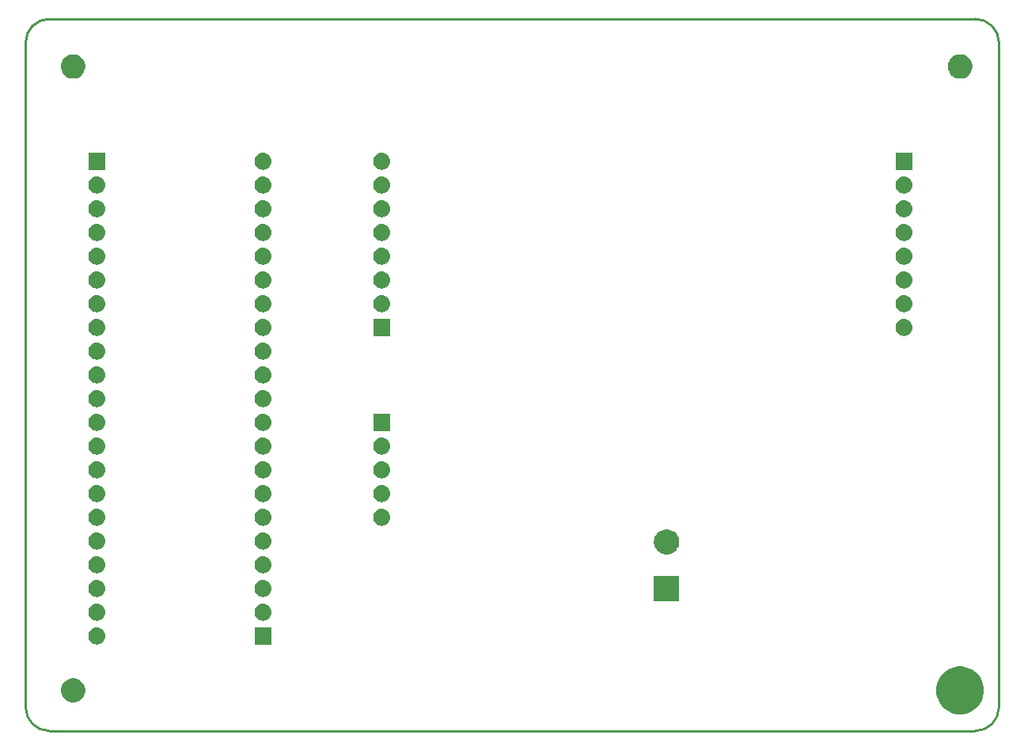
<source format=gbr>
G04 #@! TF.GenerationSoftware,KiCad,Pcbnew,5.1.2-f72e74a~84~ubuntu18.04.1*
G04 #@! TF.CreationDate,2019-05-24T04:06:14+05:00*
G04 #@! TF.ProjectId,reflow_board,7265666c-6f77-45f6-926f-6172642e6b69,1*
G04 #@! TF.SameCoordinates,Original*
G04 #@! TF.FileFunction,Soldermask,Bot*
G04 #@! TF.FilePolarity,Negative*
%FSLAX46Y46*%
G04 Gerber Fmt 4.6, Leading zero omitted, Abs format (unit mm)*
G04 Created by KiCad (PCBNEW 5.1.2-f72e74a~84~ubuntu18.04.1) date 2019-05-24 04:06:14*
%MOMM*%
%LPD*%
G04 APERTURE LIST*
%ADD10C,0.254000*%
%ADD11C,0.100000*%
G04 APERTURE END LIST*
D10*
X53340000Y-203200000D02*
G75*
G02X50800000Y-200660000I0J2540000D01*
G01*
X154940000Y-200660000D02*
G75*
G02X152400000Y-203200000I-2540000J0D01*
G01*
X152400000Y-127000000D02*
G75*
G02X154940000Y-129540000I0J-2540000D01*
G01*
X50800000Y-129540000D02*
G75*
G02X53340000Y-127000000I2540000J0D01*
G01*
X152400000Y-127000000D02*
X53340000Y-127000000D01*
X154940000Y-200660000D02*
X154940000Y-129540000D01*
X53340000Y-203200000D02*
X152400000Y-203200000D01*
X50800000Y-129540000D02*
X50800000Y-200660000D01*
D11*
G36*
X151530538Y-196397893D02*
G01*
X151994790Y-196590192D01*
X151994792Y-196590193D01*
X152412608Y-196869369D01*
X152767931Y-197224692D01*
X153018608Y-197599857D01*
X153047108Y-197642510D01*
X153239407Y-198106762D01*
X153337440Y-198599607D01*
X153337440Y-199102113D01*
X153239407Y-199594958D01*
X153204099Y-199680199D01*
X153047107Y-200059212D01*
X152767931Y-200477028D01*
X152412608Y-200832351D01*
X151994792Y-201111527D01*
X151994791Y-201111528D01*
X151994790Y-201111528D01*
X151530538Y-201303827D01*
X151037693Y-201401860D01*
X150535187Y-201401860D01*
X150042342Y-201303827D01*
X149578090Y-201111528D01*
X149578089Y-201111528D01*
X149578088Y-201111527D01*
X149160272Y-200832351D01*
X148804949Y-200477028D01*
X148525773Y-200059212D01*
X148368781Y-199680199D01*
X148333473Y-199594958D01*
X148235440Y-199102113D01*
X148235440Y-198599607D01*
X148333473Y-198106762D01*
X148525772Y-197642510D01*
X148554272Y-197599857D01*
X148804949Y-197224692D01*
X149160272Y-196869369D01*
X149578088Y-196590193D01*
X149578090Y-196590192D01*
X150042342Y-196397893D01*
X150535187Y-196299860D01*
X151037693Y-196299860D01*
X151530538Y-196397893D01*
X151530538Y-196397893D01*
G37*
G36*
X56259487Y-197599856D02*
G01*
X56496253Y-197697928D01*
X56496255Y-197697929D01*
X56709339Y-197840307D01*
X56890553Y-198021521D01*
X57032932Y-198234607D01*
X57131004Y-198471373D01*
X57181000Y-198722721D01*
X57181000Y-198978999D01*
X57131004Y-199230347D01*
X57032932Y-199467113D01*
X57032931Y-199467115D01*
X56890553Y-199680199D01*
X56709339Y-199861413D01*
X56496255Y-200003791D01*
X56496254Y-200003792D01*
X56496253Y-200003792D01*
X56259487Y-200101864D01*
X56008139Y-200151860D01*
X55751861Y-200151860D01*
X55500513Y-200101864D01*
X55263747Y-200003792D01*
X55263746Y-200003792D01*
X55263745Y-200003791D01*
X55050661Y-199861413D01*
X54869447Y-199680199D01*
X54727069Y-199467115D01*
X54727068Y-199467113D01*
X54628996Y-199230347D01*
X54579000Y-198978999D01*
X54579000Y-198722721D01*
X54628996Y-198471373D01*
X54727068Y-198234607D01*
X54869447Y-198021521D01*
X55050661Y-197840307D01*
X55263745Y-197697929D01*
X55263747Y-197697928D01*
X55500513Y-197599856D01*
X55751861Y-197549860D01*
X56008139Y-197549860D01*
X56259487Y-197599856D01*
X56259487Y-197599856D01*
G37*
G36*
X58530443Y-192145519D02*
G01*
X58596627Y-192152037D01*
X58766466Y-192203557D01*
X58922991Y-192287222D01*
X58958729Y-192316552D01*
X59060186Y-192399814D01*
X59143448Y-192501271D01*
X59172778Y-192537009D01*
X59256443Y-192693534D01*
X59307963Y-192863373D01*
X59325359Y-193040000D01*
X59307963Y-193216627D01*
X59256443Y-193386466D01*
X59172778Y-193542991D01*
X59143448Y-193578729D01*
X59060186Y-193680186D01*
X58958729Y-193763448D01*
X58922991Y-193792778D01*
X58766466Y-193876443D01*
X58596627Y-193927963D01*
X58530443Y-193934481D01*
X58464260Y-193941000D01*
X58375740Y-193941000D01*
X58309557Y-193934481D01*
X58243373Y-193927963D01*
X58073534Y-193876443D01*
X57917009Y-193792778D01*
X57881271Y-193763448D01*
X57779814Y-193680186D01*
X57696552Y-193578729D01*
X57667222Y-193542991D01*
X57583557Y-193386466D01*
X57532037Y-193216627D01*
X57514641Y-193040000D01*
X57532037Y-192863373D01*
X57583557Y-192693534D01*
X57667222Y-192537009D01*
X57696552Y-192501271D01*
X57779814Y-192399814D01*
X57881271Y-192316552D01*
X57917009Y-192287222D01*
X58073534Y-192203557D01*
X58243373Y-192152037D01*
X58309557Y-192145519D01*
X58375740Y-192139000D01*
X58464260Y-192139000D01*
X58530443Y-192145519D01*
X58530443Y-192145519D01*
G37*
G36*
X77101000Y-193941000D02*
G01*
X75299000Y-193941000D01*
X75299000Y-192139000D01*
X77101000Y-192139000D01*
X77101000Y-193941000D01*
X77101000Y-193941000D01*
G37*
G36*
X58530442Y-189605518D02*
G01*
X58596627Y-189612037D01*
X58766466Y-189663557D01*
X58922991Y-189747222D01*
X58958729Y-189776552D01*
X59060186Y-189859814D01*
X59143448Y-189961271D01*
X59172778Y-189997009D01*
X59256443Y-190153534D01*
X59307963Y-190323373D01*
X59325359Y-190500000D01*
X59307963Y-190676627D01*
X59256443Y-190846466D01*
X59172778Y-191002991D01*
X59143448Y-191038729D01*
X59060186Y-191140186D01*
X58958729Y-191223448D01*
X58922991Y-191252778D01*
X58766466Y-191336443D01*
X58596627Y-191387963D01*
X58530442Y-191394482D01*
X58464260Y-191401000D01*
X58375740Y-191401000D01*
X58309558Y-191394482D01*
X58243373Y-191387963D01*
X58073534Y-191336443D01*
X57917009Y-191252778D01*
X57881271Y-191223448D01*
X57779814Y-191140186D01*
X57696552Y-191038729D01*
X57667222Y-191002991D01*
X57583557Y-190846466D01*
X57532037Y-190676627D01*
X57514641Y-190500000D01*
X57532037Y-190323373D01*
X57583557Y-190153534D01*
X57667222Y-189997009D01*
X57696552Y-189961271D01*
X57779814Y-189859814D01*
X57881271Y-189776552D01*
X57917009Y-189747222D01*
X58073534Y-189663557D01*
X58243373Y-189612037D01*
X58309558Y-189605518D01*
X58375740Y-189599000D01*
X58464260Y-189599000D01*
X58530442Y-189605518D01*
X58530442Y-189605518D01*
G37*
G36*
X76310442Y-189605518D02*
G01*
X76376627Y-189612037D01*
X76546466Y-189663557D01*
X76702991Y-189747222D01*
X76738729Y-189776552D01*
X76840186Y-189859814D01*
X76923448Y-189961271D01*
X76952778Y-189997009D01*
X77036443Y-190153534D01*
X77087963Y-190323373D01*
X77105359Y-190500000D01*
X77087963Y-190676627D01*
X77036443Y-190846466D01*
X76952778Y-191002991D01*
X76923448Y-191038729D01*
X76840186Y-191140186D01*
X76738729Y-191223448D01*
X76702991Y-191252778D01*
X76546466Y-191336443D01*
X76376627Y-191387963D01*
X76310442Y-191394482D01*
X76244260Y-191401000D01*
X76155740Y-191401000D01*
X76089558Y-191394482D01*
X76023373Y-191387963D01*
X75853534Y-191336443D01*
X75697009Y-191252778D01*
X75661271Y-191223448D01*
X75559814Y-191140186D01*
X75476552Y-191038729D01*
X75447222Y-191002991D01*
X75363557Y-190846466D01*
X75312037Y-190676627D01*
X75294641Y-190500000D01*
X75312037Y-190323373D01*
X75363557Y-190153534D01*
X75447222Y-189997009D01*
X75476552Y-189961271D01*
X75559814Y-189859814D01*
X75661271Y-189776552D01*
X75697009Y-189747222D01*
X75853534Y-189663557D01*
X76023373Y-189612037D01*
X76089558Y-189605518D01*
X76155740Y-189599000D01*
X76244260Y-189599000D01*
X76310442Y-189605518D01*
X76310442Y-189605518D01*
G37*
G36*
X120731000Y-189311000D02*
G01*
X118029000Y-189311000D01*
X118029000Y-186609000D01*
X120731000Y-186609000D01*
X120731000Y-189311000D01*
X120731000Y-189311000D01*
G37*
G36*
X58530443Y-187065519D02*
G01*
X58596627Y-187072037D01*
X58766466Y-187123557D01*
X58922991Y-187207222D01*
X58958729Y-187236552D01*
X59060186Y-187319814D01*
X59143448Y-187421271D01*
X59172778Y-187457009D01*
X59256443Y-187613534D01*
X59307963Y-187783373D01*
X59325359Y-187960000D01*
X59307963Y-188136627D01*
X59256443Y-188306466D01*
X59172778Y-188462991D01*
X59143448Y-188498729D01*
X59060186Y-188600186D01*
X58958729Y-188683448D01*
X58922991Y-188712778D01*
X58766466Y-188796443D01*
X58596627Y-188847963D01*
X58530443Y-188854481D01*
X58464260Y-188861000D01*
X58375740Y-188861000D01*
X58309557Y-188854481D01*
X58243373Y-188847963D01*
X58073534Y-188796443D01*
X57917009Y-188712778D01*
X57881271Y-188683448D01*
X57779814Y-188600186D01*
X57696552Y-188498729D01*
X57667222Y-188462991D01*
X57583557Y-188306466D01*
X57532037Y-188136627D01*
X57514641Y-187960000D01*
X57532037Y-187783373D01*
X57583557Y-187613534D01*
X57667222Y-187457009D01*
X57696552Y-187421271D01*
X57779814Y-187319814D01*
X57881271Y-187236552D01*
X57917009Y-187207222D01*
X58073534Y-187123557D01*
X58243373Y-187072037D01*
X58309557Y-187065519D01*
X58375740Y-187059000D01*
X58464260Y-187059000D01*
X58530443Y-187065519D01*
X58530443Y-187065519D01*
G37*
G36*
X76310443Y-187065519D02*
G01*
X76376627Y-187072037D01*
X76546466Y-187123557D01*
X76702991Y-187207222D01*
X76738729Y-187236552D01*
X76840186Y-187319814D01*
X76923448Y-187421271D01*
X76952778Y-187457009D01*
X77036443Y-187613534D01*
X77087963Y-187783373D01*
X77105359Y-187960000D01*
X77087963Y-188136627D01*
X77036443Y-188306466D01*
X76952778Y-188462991D01*
X76923448Y-188498729D01*
X76840186Y-188600186D01*
X76738729Y-188683448D01*
X76702991Y-188712778D01*
X76546466Y-188796443D01*
X76376627Y-188847963D01*
X76310443Y-188854481D01*
X76244260Y-188861000D01*
X76155740Y-188861000D01*
X76089557Y-188854481D01*
X76023373Y-188847963D01*
X75853534Y-188796443D01*
X75697009Y-188712778D01*
X75661271Y-188683448D01*
X75559814Y-188600186D01*
X75476552Y-188498729D01*
X75447222Y-188462991D01*
X75363557Y-188306466D01*
X75312037Y-188136627D01*
X75294641Y-187960000D01*
X75312037Y-187783373D01*
X75363557Y-187613534D01*
X75447222Y-187457009D01*
X75476552Y-187421271D01*
X75559814Y-187319814D01*
X75661271Y-187236552D01*
X75697009Y-187207222D01*
X75853534Y-187123557D01*
X76023373Y-187072037D01*
X76089557Y-187065519D01*
X76155740Y-187059000D01*
X76244260Y-187059000D01*
X76310443Y-187065519D01*
X76310443Y-187065519D01*
G37*
G36*
X58530442Y-184525518D02*
G01*
X58596627Y-184532037D01*
X58766466Y-184583557D01*
X58922991Y-184667222D01*
X58958729Y-184696552D01*
X59060186Y-184779814D01*
X59143448Y-184881271D01*
X59172778Y-184917009D01*
X59256443Y-185073534D01*
X59307963Y-185243373D01*
X59325359Y-185420000D01*
X59307963Y-185596627D01*
X59256443Y-185766466D01*
X59172778Y-185922991D01*
X59143448Y-185958729D01*
X59060186Y-186060186D01*
X58958729Y-186143448D01*
X58922991Y-186172778D01*
X58766466Y-186256443D01*
X58596627Y-186307963D01*
X58530443Y-186314481D01*
X58464260Y-186321000D01*
X58375740Y-186321000D01*
X58309557Y-186314481D01*
X58243373Y-186307963D01*
X58073534Y-186256443D01*
X57917009Y-186172778D01*
X57881271Y-186143448D01*
X57779814Y-186060186D01*
X57696552Y-185958729D01*
X57667222Y-185922991D01*
X57583557Y-185766466D01*
X57532037Y-185596627D01*
X57514641Y-185420000D01*
X57532037Y-185243373D01*
X57583557Y-185073534D01*
X57667222Y-184917009D01*
X57696552Y-184881271D01*
X57779814Y-184779814D01*
X57881271Y-184696552D01*
X57917009Y-184667222D01*
X58073534Y-184583557D01*
X58243373Y-184532037D01*
X58309558Y-184525518D01*
X58375740Y-184519000D01*
X58464260Y-184519000D01*
X58530442Y-184525518D01*
X58530442Y-184525518D01*
G37*
G36*
X76310442Y-184525518D02*
G01*
X76376627Y-184532037D01*
X76546466Y-184583557D01*
X76702991Y-184667222D01*
X76738729Y-184696552D01*
X76840186Y-184779814D01*
X76923448Y-184881271D01*
X76952778Y-184917009D01*
X77036443Y-185073534D01*
X77087963Y-185243373D01*
X77105359Y-185420000D01*
X77087963Y-185596627D01*
X77036443Y-185766466D01*
X76952778Y-185922991D01*
X76923448Y-185958729D01*
X76840186Y-186060186D01*
X76738729Y-186143448D01*
X76702991Y-186172778D01*
X76546466Y-186256443D01*
X76376627Y-186307963D01*
X76310443Y-186314481D01*
X76244260Y-186321000D01*
X76155740Y-186321000D01*
X76089557Y-186314481D01*
X76023373Y-186307963D01*
X75853534Y-186256443D01*
X75697009Y-186172778D01*
X75661271Y-186143448D01*
X75559814Y-186060186D01*
X75476552Y-185958729D01*
X75447222Y-185922991D01*
X75363557Y-185766466D01*
X75312037Y-185596627D01*
X75294641Y-185420000D01*
X75312037Y-185243373D01*
X75363557Y-185073534D01*
X75447222Y-184917009D01*
X75476552Y-184881271D01*
X75559814Y-184779814D01*
X75661271Y-184696552D01*
X75697009Y-184667222D01*
X75853534Y-184583557D01*
X76023373Y-184532037D01*
X76089558Y-184525518D01*
X76155740Y-184519000D01*
X76244260Y-184519000D01*
X76310442Y-184525518D01*
X76310442Y-184525518D01*
G37*
G36*
X119774072Y-181660918D02*
G01*
X120019939Y-181762759D01*
X120131328Y-181837187D01*
X120241211Y-181910609D01*
X120429391Y-182098789D01*
X120577242Y-182320063D01*
X120679082Y-182565928D01*
X120706422Y-182703373D01*
X120731000Y-182826938D01*
X120731000Y-183093062D01*
X120679082Y-183354072D01*
X120577241Y-183599939D01*
X120429390Y-183821212D01*
X120241212Y-184009390D01*
X120019939Y-184157241D01*
X120019938Y-184157242D01*
X120019937Y-184157242D01*
X119774072Y-184259082D01*
X119513063Y-184311000D01*
X119246937Y-184311000D01*
X118985928Y-184259082D01*
X118740063Y-184157242D01*
X118740062Y-184157242D01*
X118740061Y-184157241D01*
X118518788Y-184009390D01*
X118330610Y-183821212D01*
X118182759Y-183599939D01*
X118080918Y-183354072D01*
X118029000Y-183093062D01*
X118029000Y-182826938D01*
X118053579Y-182703373D01*
X118080918Y-182565928D01*
X118182758Y-182320063D01*
X118330609Y-182098789D01*
X118518789Y-181910609D01*
X118628672Y-181837187D01*
X118740061Y-181762759D01*
X118985928Y-181660918D01*
X119246937Y-181609000D01*
X119513063Y-181609000D01*
X119774072Y-181660918D01*
X119774072Y-181660918D01*
G37*
G36*
X58530442Y-181985518D02*
G01*
X58596627Y-181992037D01*
X58766466Y-182043557D01*
X58922991Y-182127222D01*
X58958729Y-182156552D01*
X59060186Y-182239814D01*
X59143448Y-182341271D01*
X59172778Y-182377009D01*
X59256443Y-182533534D01*
X59307963Y-182703373D01*
X59325359Y-182880000D01*
X59307963Y-183056627D01*
X59256443Y-183226466D01*
X59172778Y-183382991D01*
X59143448Y-183418729D01*
X59060186Y-183520186D01*
X58963008Y-183599937D01*
X58922991Y-183632778D01*
X58766466Y-183716443D01*
X58596627Y-183767963D01*
X58530442Y-183774482D01*
X58464260Y-183781000D01*
X58375740Y-183781000D01*
X58309558Y-183774482D01*
X58243373Y-183767963D01*
X58073534Y-183716443D01*
X57917009Y-183632778D01*
X57876992Y-183599937D01*
X57779814Y-183520186D01*
X57696552Y-183418729D01*
X57667222Y-183382991D01*
X57583557Y-183226466D01*
X57532037Y-183056627D01*
X57514641Y-182880000D01*
X57532037Y-182703373D01*
X57583557Y-182533534D01*
X57667222Y-182377009D01*
X57696552Y-182341271D01*
X57779814Y-182239814D01*
X57881271Y-182156552D01*
X57917009Y-182127222D01*
X58073534Y-182043557D01*
X58243373Y-181992037D01*
X58309558Y-181985518D01*
X58375740Y-181979000D01*
X58464260Y-181979000D01*
X58530442Y-181985518D01*
X58530442Y-181985518D01*
G37*
G36*
X76310442Y-181985518D02*
G01*
X76376627Y-181992037D01*
X76546466Y-182043557D01*
X76702991Y-182127222D01*
X76738729Y-182156552D01*
X76840186Y-182239814D01*
X76923448Y-182341271D01*
X76952778Y-182377009D01*
X77036443Y-182533534D01*
X77087963Y-182703373D01*
X77105359Y-182880000D01*
X77087963Y-183056627D01*
X77036443Y-183226466D01*
X76952778Y-183382991D01*
X76923448Y-183418729D01*
X76840186Y-183520186D01*
X76743008Y-183599937D01*
X76702991Y-183632778D01*
X76546466Y-183716443D01*
X76376627Y-183767963D01*
X76310442Y-183774482D01*
X76244260Y-183781000D01*
X76155740Y-183781000D01*
X76089558Y-183774482D01*
X76023373Y-183767963D01*
X75853534Y-183716443D01*
X75697009Y-183632778D01*
X75656992Y-183599937D01*
X75559814Y-183520186D01*
X75476552Y-183418729D01*
X75447222Y-183382991D01*
X75363557Y-183226466D01*
X75312037Y-183056627D01*
X75294641Y-182880000D01*
X75312037Y-182703373D01*
X75363557Y-182533534D01*
X75447222Y-182377009D01*
X75476552Y-182341271D01*
X75559814Y-182239814D01*
X75661271Y-182156552D01*
X75697009Y-182127222D01*
X75853534Y-182043557D01*
X76023373Y-181992037D01*
X76089558Y-181985518D01*
X76155740Y-181979000D01*
X76244260Y-181979000D01*
X76310442Y-181985518D01*
X76310442Y-181985518D01*
G37*
G36*
X58530443Y-179445519D02*
G01*
X58596627Y-179452037D01*
X58766466Y-179503557D01*
X58922991Y-179587222D01*
X58958729Y-179616552D01*
X59060186Y-179699814D01*
X59143448Y-179801271D01*
X59172778Y-179837009D01*
X59256443Y-179993534D01*
X59307963Y-180163373D01*
X59325359Y-180340000D01*
X59307963Y-180516627D01*
X59256443Y-180686466D01*
X59172778Y-180842991D01*
X59143448Y-180878729D01*
X59060186Y-180980186D01*
X58958729Y-181063448D01*
X58922991Y-181092778D01*
X58766466Y-181176443D01*
X58596627Y-181227963D01*
X58530442Y-181234482D01*
X58464260Y-181241000D01*
X58375740Y-181241000D01*
X58309558Y-181234482D01*
X58243373Y-181227963D01*
X58073534Y-181176443D01*
X57917009Y-181092778D01*
X57881271Y-181063448D01*
X57779814Y-180980186D01*
X57696552Y-180878729D01*
X57667222Y-180842991D01*
X57583557Y-180686466D01*
X57532037Y-180516627D01*
X57514641Y-180340000D01*
X57532037Y-180163373D01*
X57583557Y-179993534D01*
X57667222Y-179837009D01*
X57696552Y-179801271D01*
X57779814Y-179699814D01*
X57881271Y-179616552D01*
X57917009Y-179587222D01*
X58073534Y-179503557D01*
X58243373Y-179452037D01*
X58309557Y-179445519D01*
X58375740Y-179439000D01*
X58464260Y-179439000D01*
X58530443Y-179445519D01*
X58530443Y-179445519D01*
G37*
G36*
X76310443Y-179445519D02*
G01*
X76376627Y-179452037D01*
X76546466Y-179503557D01*
X76702991Y-179587222D01*
X76738729Y-179616552D01*
X76840186Y-179699814D01*
X76923448Y-179801271D01*
X76952778Y-179837009D01*
X77036443Y-179993534D01*
X77087963Y-180163373D01*
X77105359Y-180340000D01*
X77087963Y-180516627D01*
X77036443Y-180686466D01*
X76952778Y-180842991D01*
X76923448Y-180878729D01*
X76840186Y-180980186D01*
X76738729Y-181063448D01*
X76702991Y-181092778D01*
X76546466Y-181176443D01*
X76376627Y-181227963D01*
X76310442Y-181234482D01*
X76244260Y-181241000D01*
X76155740Y-181241000D01*
X76089558Y-181234482D01*
X76023373Y-181227963D01*
X75853534Y-181176443D01*
X75697009Y-181092778D01*
X75661271Y-181063448D01*
X75559814Y-180980186D01*
X75476552Y-180878729D01*
X75447222Y-180842991D01*
X75363557Y-180686466D01*
X75312037Y-180516627D01*
X75294641Y-180340000D01*
X75312037Y-180163373D01*
X75363557Y-179993534D01*
X75447222Y-179837009D01*
X75476552Y-179801271D01*
X75559814Y-179699814D01*
X75661271Y-179616552D01*
X75697009Y-179587222D01*
X75853534Y-179503557D01*
X76023373Y-179452037D01*
X76089557Y-179445519D01*
X76155740Y-179439000D01*
X76244260Y-179439000D01*
X76310443Y-179445519D01*
X76310443Y-179445519D01*
G37*
G36*
X89010443Y-179445519D02*
G01*
X89076627Y-179452037D01*
X89246466Y-179503557D01*
X89402991Y-179587222D01*
X89438729Y-179616552D01*
X89540186Y-179699814D01*
X89623448Y-179801271D01*
X89652778Y-179837009D01*
X89736443Y-179993534D01*
X89787963Y-180163373D01*
X89805359Y-180340000D01*
X89787963Y-180516627D01*
X89736443Y-180686466D01*
X89652778Y-180842991D01*
X89623448Y-180878729D01*
X89540186Y-180980186D01*
X89438729Y-181063448D01*
X89402991Y-181092778D01*
X89246466Y-181176443D01*
X89076627Y-181227963D01*
X89010442Y-181234482D01*
X88944260Y-181241000D01*
X88855740Y-181241000D01*
X88789558Y-181234482D01*
X88723373Y-181227963D01*
X88553534Y-181176443D01*
X88397009Y-181092778D01*
X88361271Y-181063448D01*
X88259814Y-180980186D01*
X88176552Y-180878729D01*
X88147222Y-180842991D01*
X88063557Y-180686466D01*
X88012037Y-180516627D01*
X87994641Y-180340000D01*
X88012037Y-180163373D01*
X88063557Y-179993534D01*
X88147222Y-179837009D01*
X88176552Y-179801271D01*
X88259814Y-179699814D01*
X88361271Y-179616552D01*
X88397009Y-179587222D01*
X88553534Y-179503557D01*
X88723373Y-179452037D01*
X88789557Y-179445519D01*
X88855740Y-179439000D01*
X88944260Y-179439000D01*
X89010443Y-179445519D01*
X89010443Y-179445519D01*
G37*
G36*
X58530443Y-176905519D02*
G01*
X58596627Y-176912037D01*
X58766466Y-176963557D01*
X58922991Y-177047222D01*
X58958729Y-177076552D01*
X59060186Y-177159814D01*
X59143448Y-177261271D01*
X59172778Y-177297009D01*
X59256443Y-177453534D01*
X59307963Y-177623373D01*
X59325359Y-177800000D01*
X59307963Y-177976627D01*
X59256443Y-178146466D01*
X59172778Y-178302991D01*
X59143448Y-178338729D01*
X59060186Y-178440186D01*
X58958729Y-178523448D01*
X58922991Y-178552778D01*
X58766466Y-178636443D01*
X58596627Y-178687963D01*
X58530443Y-178694481D01*
X58464260Y-178701000D01*
X58375740Y-178701000D01*
X58309557Y-178694481D01*
X58243373Y-178687963D01*
X58073534Y-178636443D01*
X57917009Y-178552778D01*
X57881271Y-178523448D01*
X57779814Y-178440186D01*
X57696552Y-178338729D01*
X57667222Y-178302991D01*
X57583557Y-178146466D01*
X57532037Y-177976627D01*
X57514641Y-177800000D01*
X57532037Y-177623373D01*
X57583557Y-177453534D01*
X57667222Y-177297009D01*
X57696552Y-177261271D01*
X57779814Y-177159814D01*
X57881271Y-177076552D01*
X57917009Y-177047222D01*
X58073534Y-176963557D01*
X58243373Y-176912037D01*
X58309557Y-176905519D01*
X58375740Y-176899000D01*
X58464260Y-176899000D01*
X58530443Y-176905519D01*
X58530443Y-176905519D01*
G37*
G36*
X89010443Y-176905519D02*
G01*
X89076627Y-176912037D01*
X89246466Y-176963557D01*
X89402991Y-177047222D01*
X89438729Y-177076552D01*
X89540186Y-177159814D01*
X89623448Y-177261271D01*
X89652778Y-177297009D01*
X89736443Y-177453534D01*
X89787963Y-177623373D01*
X89805359Y-177800000D01*
X89787963Y-177976627D01*
X89736443Y-178146466D01*
X89652778Y-178302991D01*
X89623448Y-178338729D01*
X89540186Y-178440186D01*
X89438729Y-178523448D01*
X89402991Y-178552778D01*
X89246466Y-178636443D01*
X89076627Y-178687963D01*
X89010443Y-178694481D01*
X88944260Y-178701000D01*
X88855740Y-178701000D01*
X88789557Y-178694481D01*
X88723373Y-178687963D01*
X88553534Y-178636443D01*
X88397009Y-178552778D01*
X88361271Y-178523448D01*
X88259814Y-178440186D01*
X88176552Y-178338729D01*
X88147222Y-178302991D01*
X88063557Y-178146466D01*
X88012037Y-177976627D01*
X87994641Y-177800000D01*
X88012037Y-177623373D01*
X88063557Y-177453534D01*
X88147222Y-177297009D01*
X88176552Y-177261271D01*
X88259814Y-177159814D01*
X88361271Y-177076552D01*
X88397009Y-177047222D01*
X88553534Y-176963557D01*
X88723373Y-176912037D01*
X88789557Y-176905519D01*
X88855740Y-176899000D01*
X88944260Y-176899000D01*
X89010443Y-176905519D01*
X89010443Y-176905519D01*
G37*
G36*
X76310443Y-176905519D02*
G01*
X76376627Y-176912037D01*
X76546466Y-176963557D01*
X76702991Y-177047222D01*
X76738729Y-177076552D01*
X76840186Y-177159814D01*
X76923448Y-177261271D01*
X76952778Y-177297009D01*
X77036443Y-177453534D01*
X77087963Y-177623373D01*
X77105359Y-177800000D01*
X77087963Y-177976627D01*
X77036443Y-178146466D01*
X76952778Y-178302991D01*
X76923448Y-178338729D01*
X76840186Y-178440186D01*
X76738729Y-178523448D01*
X76702991Y-178552778D01*
X76546466Y-178636443D01*
X76376627Y-178687963D01*
X76310443Y-178694481D01*
X76244260Y-178701000D01*
X76155740Y-178701000D01*
X76089557Y-178694481D01*
X76023373Y-178687963D01*
X75853534Y-178636443D01*
X75697009Y-178552778D01*
X75661271Y-178523448D01*
X75559814Y-178440186D01*
X75476552Y-178338729D01*
X75447222Y-178302991D01*
X75363557Y-178146466D01*
X75312037Y-177976627D01*
X75294641Y-177800000D01*
X75312037Y-177623373D01*
X75363557Y-177453534D01*
X75447222Y-177297009D01*
X75476552Y-177261271D01*
X75559814Y-177159814D01*
X75661271Y-177076552D01*
X75697009Y-177047222D01*
X75853534Y-176963557D01*
X76023373Y-176912037D01*
X76089557Y-176905519D01*
X76155740Y-176899000D01*
X76244260Y-176899000D01*
X76310443Y-176905519D01*
X76310443Y-176905519D01*
G37*
G36*
X58530442Y-174365518D02*
G01*
X58596627Y-174372037D01*
X58766466Y-174423557D01*
X58922991Y-174507222D01*
X58958729Y-174536552D01*
X59060186Y-174619814D01*
X59143448Y-174721271D01*
X59172778Y-174757009D01*
X59256443Y-174913534D01*
X59307963Y-175083373D01*
X59325359Y-175260000D01*
X59307963Y-175436627D01*
X59256443Y-175606466D01*
X59172778Y-175762991D01*
X59143448Y-175798729D01*
X59060186Y-175900186D01*
X58958729Y-175983448D01*
X58922991Y-176012778D01*
X58766466Y-176096443D01*
X58596627Y-176147963D01*
X58530443Y-176154481D01*
X58464260Y-176161000D01*
X58375740Y-176161000D01*
X58309557Y-176154481D01*
X58243373Y-176147963D01*
X58073534Y-176096443D01*
X57917009Y-176012778D01*
X57881271Y-175983448D01*
X57779814Y-175900186D01*
X57696552Y-175798729D01*
X57667222Y-175762991D01*
X57583557Y-175606466D01*
X57532037Y-175436627D01*
X57514641Y-175260000D01*
X57532037Y-175083373D01*
X57583557Y-174913534D01*
X57667222Y-174757009D01*
X57696552Y-174721271D01*
X57779814Y-174619814D01*
X57881271Y-174536552D01*
X57917009Y-174507222D01*
X58073534Y-174423557D01*
X58243373Y-174372037D01*
X58309558Y-174365518D01*
X58375740Y-174359000D01*
X58464260Y-174359000D01*
X58530442Y-174365518D01*
X58530442Y-174365518D01*
G37*
G36*
X76310442Y-174365518D02*
G01*
X76376627Y-174372037D01*
X76546466Y-174423557D01*
X76702991Y-174507222D01*
X76738729Y-174536552D01*
X76840186Y-174619814D01*
X76923448Y-174721271D01*
X76952778Y-174757009D01*
X77036443Y-174913534D01*
X77087963Y-175083373D01*
X77105359Y-175260000D01*
X77087963Y-175436627D01*
X77036443Y-175606466D01*
X76952778Y-175762991D01*
X76923448Y-175798729D01*
X76840186Y-175900186D01*
X76738729Y-175983448D01*
X76702991Y-176012778D01*
X76546466Y-176096443D01*
X76376627Y-176147963D01*
X76310443Y-176154481D01*
X76244260Y-176161000D01*
X76155740Y-176161000D01*
X76089557Y-176154481D01*
X76023373Y-176147963D01*
X75853534Y-176096443D01*
X75697009Y-176012778D01*
X75661271Y-175983448D01*
X75559814Y-175900186D01*
X75476552Y-175798729D01*
X75447222Y-175762991D01*
X75363557Y-175606466D01*
X75312037Y-175436627D01*
X75294641Y-175260000D01*
X75312037Y-175083373D01*
X75363557Y-174913534D01*
X75447222Y-174757009D01*
X75476552Y-174721271D01*
X75559814Y-174619814D01*
X75661271Y-174536552D01*
X75697009Y-174507222D01*
X75853534Y-174423557D01*
X76023373Y-174372037D01*
X76089558Y-174365518D01*
X76155740Y-174359000D01*
X76244260Y-174359000D01*
X76310442Y-174365518D01*
X76310442Y-174365518D01*
G37*
G36*
X89010442Y-174365518D02*
G01*
X89076627Y-174372037D01*
X89246466Y-174423557D01*
X89402991Y-174507222D01*
X89438729Y-174536552D01*
X89540186Y-174619814D01*
X89623448Y-174721271D01*
X89652778Y-174757009D01*
X89736443Y-174913534D01*
X89787963Y-175083373D01*
X89805359Y-175260000D01*
X89787963Y-175436627D01*
X89736443Y-175606466D01*
X89652778Y-175762991D01*
X89623448Y-175798729D01*
X89540186Y-175900186D01*
X89438729Y-175983448D01*
X89402991Y-176012778D01*
X89246466Y-176096443D01*
X89076627Y-176147963D01*
X89010443Y-176154481D01*
X88944260Y-176161000D01*
X88855740Y-176161000D01*
X88789557Y-176154481D01*
X88723373Y-176147963D01*
X88553534Y-176096443D01*
X88397009Y-176012778D01*
X88361271Y-175983448D01*
X88259814Y-175900186D01*
X88176552Y-175798729D01*
X88147222Y-175762991D01*
X88063557Y-175606466D01*
X88012037Y-175436627D01*
X87994641Y-175260000D01*
X88012037Y-175083373D01*
X88063557Y-174913534D01*
X88147222Y-174757009D01*
X88176552Y-174721271D01*
X88259814Y-174619814D01*
X88361271Y-174536552D01*
X88397009Y-174507222D01*
X88553534Y-174423557D01*
X88723373Y-174372037D01*
X88789558Y-174365518D01*
X88855740Y-174359000D01*
X88944260Y-174359000D01*
X89010442Y-174365518D01*
X89010442Y-174365518D01*
G37*
G36*
X58530443Y-171825519D02*
G01*
X58596627Y-171832037D01*
X58766466Y-171883557D01*
X58922991Y-171967222D01*
X58958729Y-171996552D01*
X59060186Y-172079814D01*
X59143448Y-172181271D01*
X59172778Y-172217009D01*
X59256443Y-172373534D01*
X59307963Y-172543373D01*
X59325359Y-172720000D01*
X59307963Y-172896627D01*
X59256443Y-173066466D01*
X59172778Y-173222991D01*
X59143448Y-173258729D01*
X59060186Y-173360186D01*
X58958729Y-173443448D01*
X58922991Y-173472778D01*
X58766466Y-173556443D01*
X58596627Y-173607963D01*
X58530443Y-173614481D01*
X58464260Y-173621000D01*
X58375740Y-173621000D01*
X58309557Y-173614481D01*
X58243373Y-173607963D01*
X58073534Y-173556443D01*
X57917009Y-173472778D01*
X57881271Y-173443448D01*
X57779814Y-173360186D01*
X57696552Y-173258729D01*
X57667222Y-173222991D01*
X57583557Y-173066466D01*
X57532037Y-172896627D01*
X57514641Y-172720000D01*
X57532037Y-172543373D01*
X57583557Y-172373534D01*
X57667222Y-172217009D01*
X57696552Y-172181271D01*
X57779814Y-172079814D01*
X57881271Y-171996552D01*
X57917009Y-171967222D01*
X58073534Y-171883557D01*
X58243373Y-171832037D01*
X58309557Y-171825519D01*
X58375740Y-171819000D01*
X58464260Y-171819000D01*
X58530443Y-171825519D01*
X58530443Y-171825519D01*
G37*
G36*
X89010443Y-171825519D02*
G01*
X89076627Y-171832037D01*
X89246466Y-171883557D01*
X89402991Y-171967222D01*
X89438729Y-171996552D01*
X89540186Y-172079814D01*
X89623448Y-172181271D01*
X89652778Y-172217009D01*
X89736443Y-172373534D01*
X89787963Y-172543373D01*
X89805359Y-172720000D01*
X89787963Y-172896627D01*
X89736443Y-173066466D01*
X89652778Y-173222991D01*
X89623448Y-173258729D01*
X89540186Y-173360186D01*
X89438729Y-173443448D01*
X89402991Y-173472778D01*
X89246466Y-173556443D01*
X89076627Y-173607963D01*
X89010443Y-173614481D01*
X88944260Y-173621000D01*
X88855740Y-173621000D01*
X88789557Y-173614481D01*
X88723373Y-173607963D01*
X88553534Y-173556443D01*
X88397009Y-173472778D01*
X88361271Y-173443448D01*
X88259814Y-173360186D01*
X88176552Y-173258729D01*
X88147222Y-173222991D01*
X88063557Y-173066466D01*
X88012037Y-172896627D01*
X87994641Y-172720000D01*
X88012037Y-172543373D01*
X88063557Y-172373534D01*
X88147222Y-172217009D01*
X88176552Y-172181271D01*
X88259814Y-172079814D01*
X88361271Y-171996552D01*
X88397009Y-171967222D01*
X88553534Y-171883557D01*
X88723373Y-171832037D01*
X88789557Y-171825519D01*
X88855740Y-171819000D01*
X88944260Y-171819000D01*
X89010443Y-171825519D01*
X89010443Y-171825519D01*
G37*
G36*
X76310443Y-171825519D02*
G01*
X76376627Y-171832037D01*
X76546466Y-171883557D01*
X76702991Y-171967222D01*
X76738729Y-171996552D01*
X76840186Y-172079814D01*
X76923448Y-172181271D01*
X76952778Y-172217009D01*
X77036443Y-172373534D01*
X77087963Y-172543373D01*
X77105359Y-172720000D01*
X77087963Y-172896627D01*
X77036443Y-173066466D01*
X76952778Y-173222991D01*
X76923448Y-173258729D01*
X76840186Y-173360186D01*
X76738729Y-173443448D01*
X76702991Y-173472778D01*
X76546466Y-173556443D01*
X76376627Y-173607963D01*
X76310443Y-173614481D01*
X76244260Y-173621000D01*
X76155740Y-173621000D01*
X76089557Y-173614481D01*
X76023373Y-173607963D01*
X75853534Y-173556443D01*
X75697009Y-173472778D01*
X75661271Y-173443448D01*
X75559814Y-173360186D01*
X75476552Y-173258729D01*
X75447222Y-173222991D01*
X75363557Y-173066466D01*
X75312037Y-172896627D01*
X75294641Y-172720000D01*
X75312037Y-172543373D01*
X75363557Y-172373534D01*
X75447222Y-172217009D01*
X75476552Y-172181271D01*
X75559814Y-172079814D01*
X75661271Y-171996552D01*
X75697009Y-171967222D01*
X75853534Y-171883557D01*
X76023373Y-171832037D01*
X76089557Y-171825519D01*
X76155740Y-171819000D01*
X76244260Y-171819000D01*
X76310443Y-171825519D01*
X76310443Y-171825519D01*
G37*
G36*
X58530443Y-169285519D02*
G01*
X58596627Y-169292037D01*
X58766466Y-169343557D01*
X58922991Y-169427222D01*
X58958729Y-169456552D01*
X59060186Y-169539814D01*
X59143448Y-169641271D01*
X59172778Y-169677009D01*
X59256443Y-169833534D01*
X59307963Y-170003373D01*
X59325359Y-170180000D01*
X59307963Y-170356627D01*
X59256443Y-170526466D01*
X59172778Y-170682991D01*
X59143448Y-170718729D01*
X59060186Y-170820186D01*
X58958729Y-170903448D01*
X58922991Y-170932778D01*
X58766466Y-171016443D01*
X58596627Y-171067963D01*
X58530443Y-171074481D01*
X58464260Y-171081000D01*
X58375740Y-171081000D01*
X58309557Y-171074481D01*
X58243373Y-171067963D01*
X58073534Y-171016443D01*
X57917009Y-170932778D01*
X57881271Y-170903448D01*
X57779814Y-170820186D01*
X57696552Y-170718729D01*
X57667222Y-170682991D01*
X57583557Y-170526466D01*
X57532037Y-170356627D01*
X57514641Y-170180000D01*
X57532037Y-170003373D01*
X57583557Y-169833534D01*
X57667222Y-169677009D01*
X57696552Y-169641271D01*
X57779814Y-169539814D01*
X57881271Y-169456552D01*
X57917009Y-169427222D01*
X58073534Y-169343557D01*
X58243373Y-169292037D01*
X58309557Y-169285519D01*
X58375740Y-169279000D01*
X58464260Y-169279000D01*
X58530443Y-169285519D01*
X58530443Y-169285519D01*
G37*
G36*
X76310443Y-169285519D02*
G01*
X76376627Y-169292037D01*
X76546466Y-169343557D01*
X76702991Y-169427222D01*
X76738729Y-169456552D01*
X76840186Y-169539814D01*
X76923448Y-169641271D01*
X76952778Y-169677009D01*
X77036443Y-169833534D01*
X77087963Y-170003373D01*
X77105359Y-170180000D01*
X77087963Y-170356627D01*
X77036443Y-170526466D01*
X76952778Y-170682991D01*
X76923448Y-170718729D01*
X76840186Y-170820186D01*
X76738729Y-170903448D01*
X76702991Y-170932778D01*
X76546466Y-171016443D01*
X76376627Y-171067963D01*
X76310443Y-171074481D01*
X76244260Y-171081000D01*
X76155740Y-171081000D01*
X76089557Y-171074481D01*
X76023373Y-171067963D01*
X75853534Y-171016443D01*
X75697009Y-170932778D01*
X75661271Y-170903448D01*
X75559814Y-170820186D01*
X75476552Y-170718729D01*
X75447222Y-170682991D01*
X75363557Y-170526466D01*
X75312037Y-170356627D01*
X75294641Y-170180000D01*
X75312037Y-170003373D01*
X75363557Y-169833534D01*
X75447222Y-169677009D01*
X75476552Y-169641271D01*
X75559814Y-169539814D01*
X75661271Y-169456552D01*
X75697009Y-169427222D01*
X75853534Y-169343557D01*
X76023373Y-169292037D01*
X76089557Y-169285519D01*
X76155740Y-169279000D01*
X76244260Y-169279000D01*
X76310443Y-169285519D01*
X76310443Y-169285519D01*
G37*
G36*
X89801000Y-171081000D02*
G01*
X87999000Y-171081000D01*
X87999000Y-169279000D01*
X89801000Y-169279000D01*
X89801000Y-171081000D01*
X89801000Y-171081000D01*
G37*
G36*
X76310442Y-166745518D02*
G01*
X76376627Y-166752037D01*
X76546466Y-166803557D01*
X76702991Y-166887222D01*
X76738729Y-166916552D01*
X76840186Y-166999814D01*
X76923448Y-167101271D01*
X76952778Y-167137009D01*
X77036443Y-167293534D01*
X77087963Y-167463373D01*
X77105359Y-167640000D01*
X77087963Y-167816627D01*
X77036443Y-167986466D01*
X76952778Y-168142991D01*
X76923448Y-168178729D01*
X76840186Y-168280186D01*
X76738729Y-168363448D01*
X76702991Y-168392778D01*
X76546466Y-168476443D01*
X76376627Y-168527963D01*
X76310442Y-168534482D01*
X76244260Y-168541000D01*
X76155740Y-168541000D01*
X76089558Y-168534482D01*
X76023373Y-168527963D01*
X75853534Y-168476443D01*
X75697009Y-168392778D01*
X75661271Y-168363448D01*
X75559814Y-168280186D01*
X75476552Y-168178729D01*
X75447222Y-168142991D01*
X75363557Y-167986466D01*
X75312037Y-167816627D01*
X75294641Y-167640000D01*
X75312037Y-167463373D01*
X75363557Y-167293534D01*
X75447222Y-167137009D01*
X75476552Y-167101271D01*
X75559814Y-166999814D01*
X75661271Y-166916552D01*
X75697009Y-166887222D01*
X75853534Y-166803557D01*
X76023373Y-166752037D01*
X76089558Y-166745518D01*
X76155740Y-166739000D01*
X76244260Y-166739000D01*
X76310442Y-166745518D01*
X76310442Y-166745518D01*
G37*
G36*
X58530442Y-166745518D02*
G01*
X58596627Y-166752037D01*
X58766466Y-166803557D01*
X58922991Y-166887222D01*
X58958729Y-166916552D01*
X59060186Y-166999814D01*
X59143448Y-167101271D01*
X59172778Y-167137009D01*
X59256443Y-167293534D01*
X59307963Y-167463373D01*
X59325359Y-167640000D01*
X59307963Y-167816627D01*
X59256443Y-167986466D01*
X59172778Y-168142991D01*
X59143448Y-168178729D01*
X59060186Y-168280186D01*
X58958729Y-168363448D01*
X58922991Y-168392778D01*
X58766466Y-168476443D01*
X58596627Y-168527963D01*
X58530442Y-168534482D01*
X58464260Y-168541000D01*
X58375740Y-168541000D01*
X58309558Y-168534482D01*
X58243373Y-168527963D01*
X58073534Y-168476443D01*
X57917009Y-168392778D01*
X57881271Y-168363448D01*
X57779814Y-168280186D01*
X57696552Y-168178729D01*
X57667222Y-168142991D01*
X57583557Y-167986466D01*
X57532037Y-167816627D01*
X57514641Y-167640000D01*
X57532037Y-167463373D01*
X57583557Y-167293534D01*
X57667222Y-167137009D01*
X57696552Y-167101271D01*
X57779814Y-166999814D01*
X57881271Y-166916552D01*
X57917009Y-166887222D01*
X58073534Y-166803557D01*
X58243373Y-166752037D01*
X58309558Y-166745518D01*
X58375740Y-166739000D01*
X58464260Y-166739000D01*
X58530442Y-166745518D01*
X58530442Y-166745518D01*
G37*
G36*
X76310442Y-164205518D02*
G01*
X76376627Y-164212037D01*
X76546466Y-164263557D01*
X76702991Y-164347222D01*
X76738729Y-164376552D01*
X76840186Y-164459814D01*
X76923448Y-164561271D01*
X76952778Y-164597009D01*
X77036443Y-164753534D01*
X77087963Y-164923373D01*
X77105359Y-165100000D01*
X77087963Y-165276627D01*
X77036443Y-165446466D01*
X76952778Y-165602991D01*
X76923448Y-165638729D01*
X76840186Y-165740186D01*
X76738729Y-165823448D01*
X76702991Y-165852778D01*
X76546466Y-165936443D01*
X76376627Y-165987963D01*
X76310443Y-165994481D01*
X76244260Y-166001000D01*
X76155740Y-166001000D01*
X76089557Y-165994481D01*
X76023373Y-165987963D01*
X75853534Y-165936443D01*
X75697009Y-165852778D01*
X75661271Y-165823448D01*
X75559814Y-165740186D01*
X75476552Y-165638729D01*
X75447222Y-165602991D01*
X75363557Y-165446466D01*
X75312037Y-165276627D01*
X75294641Y-165100000D01*
X75312037Y-164923373D01*
X75363557Y-164753534D01*
X75447222Y-164597009D01*
X75476552Y-164561271D01*
X75559814Y-164459814D01*
X75661271Y-164376552D01*
X75697009Y-164347222D01*
X75853534Y-164263557D01*
X76023373Y-164212037D01*
X76089558Y-164205518D01*
X76155740Y-164199000D01*
X76244260Y-164199000D01*
X76310442Y-164205518D01*
X76310442Y-164205518D01*
G37*
G36*
X58530442Y-164205518D02*
G01*
X58596627Y-164212037D01*
X58766466Y-164263557D01*
X58922991Y-164347222D01*
X58958729Y-164376552D01*
X59060186Y-164459814D01*
X59143448Y-164561271D01*
X59172778Y-164597009D01*
X59256443Y-164753534D01*
X59307963Y-164923373D01*
X59325359Y-165100000D01*
X59307963Y-165276627D01*
X59256443Y-165446466D01*
X59172778Y-165602991D01*
X59143448Y-165638729D01*
X59060186Y-165740186D01*
X58958729Y-165823448D01*
X58922991Y-165852778D01*
X58766466Y-165936443D01*
X58596627Y-165987963D01*
X58530443Y-165994481D01*
X58464260Y-166001000D01*
X58375740Y-166001000D01*
X58309557Y-165994481D01*
X58243373Y-165987963D01*
X58073534Y-165936443D01*
X57917009Y-165852778D01*
X57881271Y-165823448D01*
X57779814Y-165740186D01*
X57696552Y-165638729D01*
X57667222Y-165602991D01*
X57583557Y-165446466D01*
X57532037Y-165276627D01*
X57514641Y-165100000D01*
X57532037Y-164923373D01*
X57583557Y-164753534D01*
X57667222Y-164597009D01*
X57696552Y-164561271D01*
X57779814Y-164459814D01*
X57881271Y-164376552D01*
X57917009Y-164347222D01*
X58073534Y-164263557D01*
X58243373Y-164212037D01*
X58309558Y-164205518D01*
X58375740Y-164199000D01*
X58464260Y-164199000D01*
X58530442Y-164205518D01*
X58530442Y-164205518D01*
G37*
G36*
X58530442Y-161665518D02*
G01*
X58596627Y-161672037D01*
X58766466Y-161723557D01*
X58922991Y-161807222D01*
X58958729Y-161836552D01*
X59060186Y-161919814D01*
X59143448Y-162021271D01*
X59172778Y-162057009D01*
X59256443Y-162213534D01*
X59307963Y-162383373D01*
X59325359Y-162560000D01*
X59307963Y-162736627D01*
X59256443Y-162906466D01*
X59172778Y-163062991D01*
X59143448Y-163098729D01*
X59060186Y-163200186D01*
X58958729Y-163283448D01*
X58922991Y-163312778D01*
X58766466Y-163396443D01*
X58596627Y-163447963D01*
X58530442Y-163454482D01*
X58464260Y-163461000D01*
X58375740Y-163461000D01*
X58309558Y-163454482D01*
X58243373Y-163447963D01*
X58073534Y-163396443D01*
X57917009Y-163312778D01*
X57881271Y-163283448D01*
X57779814Y-163200186D01*
X57696552Y-163098729D01*
X57667222Y-163062991D01*
X57583557Y-162906466D01*
X57532037Y-162736627D01*
X57514641Y-162560000D01*
X57532037Y-162383373D01*
X57583557Y-162213534D01*
X57667222Y-162057009D01*
X57696552Y-162021271D01*
X57779814Y-161919814D01*
X57881271Y-161836552D01*
X57917009Y-161807222D01*
X58073534Y-161723557D01*
X58243373Y-161672037D01*
X58309558Y-161665518D01*
X58375740Y-161659000D01*
X58464260Y-161659000D01*
X58530442Y-161665518D01*
X58530442Y-161665518D01*
G37*
G36*
X76310442Y-161665518D02*
G01*
X76376627Y-161672037D01*
X76546466Y-161723557D01*
X76702991Y-161807222D01*
X76738729Y-161836552D01*
X76840186Y-161919814D01*
X76923448Y-162021271D01*
X76952778Y-162057009D01*
X77036443Y-162213534D01*
X77087963Y-162383373D01*
X77105359Y-162560000D01*
X77087963Y-162736627D01*
X77036443Y-162906466D01*
X76952778Y-163062991D01*
X76923448Y-163098729D01*
X76840186Y-163200186D01*
X76738729Y-163283448D01*
X76702991Y-163312778D01*
X76546466Y-163396443D01*
X76376627Y-163447963D01*
X76310442Y-163454482D01*
X76244260Y-163461000D01*
X76155740Y-163461000D01*
X76089558Y-163454482D01*
X76023373Y-163447963D01*
X75853534Y-163396443D01*
X75697009Y-163312778D01*
X75661271Y-163283448D01*
X75559814Y-163200186D01*
X75476552Y-163098729D01*
X75447222Y-163062991D01*
X75363557Y-162906466D01*
X75312037Y-162736627D01*
X75294641Y-162560000D01*
X75312037Y-162383373D01*
X75363557Y-162213534D01*
X75447222Y-162057009D01*
X75476552Y-162021271D01*
X75559814Y-161919814D01*
X75661271Y-161836552D01*
X75697009Y-161807222D01*
X75853534Y-161723557D01*
X76023373Y-161672037D01*
X76089558Y-161665518D01*
X76155740Y-161659000D01*
X76244260Y-161659000D01*
X76310442Y-161665518D01*
X76310442Y-161665518D01*
G37*
G36*
X89801000Y-160921000D02*
G01*
X87999000Y-160921000D01*
X87999000Y-159119000D01*
X89801000Y-159119000D01*
X89801000Y-160921000D01*
X89801000Y-160921000D01*
G37*
G36*
X58530442Y-159125518D02*
G01*
X58596627Y-159132037D01*
X58766466Y-159183557D01*
X58922991Y-159267222D01*
X58958729Y-159296552D01*
X59060186Y-159379814D01*
X59143448Y-159481271D01*
X59172778Y-159517009D01*
X59256443Y-159673534D01*
X59307963Y-159843373D01*
X59325359Y-160020000D01*
X59307963Y-160196627D01*
X59256443Y-160366466D01*
X59172778Y-160522991D01*
X59143448Y-160558729D01*
X59060186Y-160660186D01*
X58958729Y-160743448D01*
X58922991Y-160772778D01*
X58766466Y-160856443D01*
X58596627Y-160907963D01*
X58530442Y-160914482D01*
X58464260Y-160921000D01*
X58375740Y-160921000D01*
X58309558Y-160914482D01*
X58243373Y-160907963D01*
X58073534Y-160856443D01*
X57917009Y-160772778D01*
X57881271Y-160743448D01*
X57779814Y-160660186D01*
X57696552Y-160558729D01*
X57667222Y-160522991D01*
X57583557Y-160366466D01*
X57532037Y-160196627D01*
X57514641Y-160020000D01*
X57532037Y-159843373D01*
X57583557Y-159673534D01*
X57667222Y-159517009D01*
X57696552Y-159481271D01*
X57779814Y-159379814D01*
X57881271Y-159296552D01*
X57917009Y-159267222D01*
X58073534Y-159183557D01*
X58243373Y-159132037D01*
X58309558Y-159125518D01*
X58375740Y-159119000D01*
X58464260Y-159119000D01*
X58530442Y-159125518D01*
X58530442Y-159125518D01*
G37*
G36*
X76310442Y-159125518D02*
G01*
X76376627Y-159132037D01*
X76546466Y-159183557D01*
X76702991Y-159267222D01*
X76738729Y-159296552D01*
X76840186Y-159379814D01*
X76923448Y-159481271D01*
X76952778Y-159517009D01*
X77036443Y-159673534D01*
X77087963Y-159843373D01*
X77105359Y-160020000D01*
X77087963Y-160196627D01*
X77036443Y-160366466D01*
X76952778Y-160522991D01*
X76923448Y-160558729D01*
X76840186Y-160660186D01*
X76738729Y-160743448D01*
X76702991Y-160772778D01*
X76546466Y-160856443D01*
X76376627Y-160907963D01*
X76310442Y-160914482D01*
X76244260Y-160921000D01*
X76155740Y-160921000D01*
X76089558Y-160914482D01*
X76023373Y-160907963D01*
X75853534Y-160856443D01*
X75697009Y-160772778D01*
X75661271Y-160743448D01*
X75559814Y-160660186D01*
X75476552Y-160558729D01*
X75447222Y-160522991D01*
X75363557Y-160366466D01*
X75312037Y-160196627D01*
X75294641Y-160020000D01*
X75312037Y-159843373D01*
X75363557Y-159673534D01*
X75447222Y-159517009D01*
X75476552Y-159481271D01*
X75559814Y-159379814D01*
X75661271Y-159296552D01*
X75697009Y-159267222D01*
X75853534Y-159183557D01*
X76023373Y-159132037D01*
X76089558Y-159125518D01*
X76155740Y-159119000D01*
X76244260Y-159119000D01*
X76310442Y-159125518D01*
X76310442Y-159125518D01*
G37*
G36*
X144890442Y-159125518D02*
G01*
X144956627Y-159132037D01*
X145126466Y-159183557D01*
X145282991Y-159267222D01*
X145318729Y-159296552D01*
X145420186Y-159379814D01*
X145503448Y-159481271D01*
X145532778Y-159517009D01*
X145616443Y-159673534D01*
X145667963Y-159843373D01*
X145685359Y-160020000D01*
X145667963Y-160196627D01*
X145616443Y-160366466D01*
X145532778Y-160522991D01*
X145503448Y-160558729D01*
X145420186Y-160660186D01*
X145318729Y-160743448D01*
X145282991Y-160772778D01*
X145126466Y-160856443D01*
X144956627Y-160907963D01*
X144890442Y-160914482D01*
X144824260Y-160921000D01*
X144735740Y-160921000D01*
X144669558Y-160914482D01*
X144603373Y-160907963D01*
X144433534Y-160856443D01*
X144277009Y-160772778D01*
X144241271Y-160743448D01*
X144139814Y-160660186D01*
X144056552Y-160558729D01*
X144027222Y-160522991D01*
X143943557Y-160366466D01*
X143892037Y-160196627D01*
X143874641Y-160020000D01*
X143892037Y-159843373D01*
X143943557Y-159673534D01*
X144027222Y-159517009D01*
X144056552Y-159481271D01*
X144139814Y-159379814D01*
X144241271Y-159296552D01*
X144277009Y-159267222D01*
X144433534Y-159183557D01*
X144603373Y-159132037D01*
X144669558Y-159125518D01*
X144735740Y-159119000D01*
X144824260Y-159119000D01*
X144890442Y-159125518D01*
X144890442Y-159125518D01*
G37*
G36*
X76310443Y-156585519D02*
G01*
X76376627Y-156592037D01*
X76546466Y-156643557D01*
X76702991Y-156727222D01*
X76738729Y-156756552D01*
X76840186Y-156839814D01*
X76923448Y-156941271D01*
X76952778Y-156977009D01*
X77036443Y-157133534D01*
X77087963Y-157303373D01*
X77105359Y-157480000D01*
X77087963Y-157656627D01*
X77036443Y-157826466D01*
X76952778Y-157982991D01*
X76923448Y-158018729D01*
X76840186Y-158120186D01*
X76738729Y-158203448D01*
X76702991Y-158232778D01*
X76546466Y-158316443D01*
X76376627Y-158367963D01*
X76310442Y-158374482D01*
X76244260Y-158381000D01*
X76155740Y-158381000D01*
X76089558Y-158374482D01*
X76023373Y-158367963D01*
X75853534Y-158316443D01*
X75697009Y-158232778D01*
X75661271Y-158203448D01*
X75559814Y-158120186D01*
X75476552Y-158018729D01*
X75447222Y-157982991D01*
X75363557Y-157826466D01*
X75312037Y-157656627D01*
X75294641Y-157480000D01*
X75312037Y-157303373D01*
X75363557Y-157133534D01*
X75447222Y-156977009D01*
X75476552Y-156941271D01*
X75559814Y-156839814D01*
X75661271Y-156756552D01*
X75697009Y-156727222D01*
X75853534Y-156643557D01*
X76023373Y-156592037D01*
X76089557Y-156585519D01*
X76155740Y-156579000D01*
X76244260Y-156579000D01*
X76310443Y-156585519D01*
X76310443Y-156585519D01*
G37*
G36*
X144890443Y-156585519D02*
G01*
X144956627Y-156592037D01*
X145126466Y-156643557D01*
X145282991Y-156727222D01*
X145318729Y-156756552D01*
X145420186Y-156839814D01*
X145503448Y-156941271D01*
X145532778Y-156977009D01*
X145616443Y-157133534D01*
X145667963Y-157303373D01*
X145685359Y-157480000D01*
X145667963Y-157656627D01*
X145616443Y-157826466D01*
X145532778Y-157982991D01*
X145503448Y-158018729D01*
X145420186Y-158120186D01*
X145318729Y-158203448D01*
X145282991Y-158232778D01*
X145126466Y-158316443D01*
X144956627Y-158367963D01*
X144890442Y-158374482D01*
X144824260Y-158381000D01*
X144735740Y-158381000D01*
X144669558Y-158374482D01*
X144603373Y-158367963D01*
X144433534Y-158316443D01*
X144277009Y-158232778D01*
X144241271Y-158203448D01*
X144139814Y-158120186D01*
X144056552Y-158018729D01*
X144027222Y-157982991D01*
X143943557Y-157826466D01*
X143892037Y-157656627D01*
X143874641Y-157480000D01*
X143892037Y-157303373D01*
X143943557Y-157133534D01*
X144027222Y-156977009D01*
X144056552Y-156941271D01*
X144139814Y-156839814D01*
X144241271Y-156756552D01*
X144277009Y-156727222D01*
X144433534Y-156643557D01*
X144603373Y-156592037D01*
X144669557Y-156585519D01*
X144735740Y-156579000D01*
X144824260Y-156579000D01*
X144890443Y-156585519D01*
X144890443Y-156585519D01*
G37*
G36*
X58530443Y-156585519D02*
G01*
X58596627Y-156592037D01*
X58766466Y-156643557D01*
X58922991Y-156727222D01*
X58958729Y-156756552D01*
X59060186Y-156839814D01*
X59143448Y-156941271D01*
X59172778Y-156977009D01*
X59256443Y-157133534D01*
X59307963Y-157303373D01*
X59325359Y-157480000D01*
X59307963Y-157656627D01*
X59256443Y-157826466D01*
X59172778Y-157982991D01*
X59143448Y-158018729D01*
X59060186Y-158120186D01*
X58958729Y-158203448D01*
X58922991Y-158232778D01*
X58766466Y-158316443D01*
X58596627Y-158367963D01*
X58530442Y-158374482D01*
X58464260Y-158381000D01*
X58375740Y-158381000D01*
X58309558Y-158374482D01*
X58243373Y-158367963D01*
X58073534Y-158316443D01*
X57917009Y-158232778D01*
X57881271Y-158203448D01*
X57779814Y-158120186D01*
X57696552Y-158018729D01*
X57667222Y-157982991D01*
X57583557Y-157826466D01*
X57532037Y-157656627D01*
X57514641Y-157480000D01*
X57532037Y-157303373D01*
X57583557Y-157133534D01*
X57667222Y-156977009D01*
X57696552Y-156941271D01*
X57779814Y-156839814D01*
X57881271Y-156756552D01*
X57917009Y-156727222D01*
X58073534Y-156643557D01*
X58243373Y-156592037D01*
X58309557Y-156585519D01*
X58375740Y-156579000D01*
X58464260Y-156579000D01*
X58530443Y-156585519D01*
X58530443Y-156585519D01*
G37*
G36*
X89010443Y-156585519D02*
G01*
X89076627Y-156592037D01*
X89246466Y-156643557D01*
X89402991Y-156727222D01*
X89438729Y-156756552D01*
X89540186Y-156839814D01*
X89623448Y-156941271D01*
X89652778Y-156977009D01*
X89736443Y-157133534D01*
X89787963Y-157303373D01*
X89805359Y-157480000D01*
X89787963Y-157656627D01*
X89736443Y-157826466D01*
X89652778Y-157982991D01*
X89623448Y-158018729D01*
X89540186Y-158120186D01*
X89438729Y-158203448D01*
X89402991Y-158232778D01*
X89246466Y-158316443D01*
X89076627Y-158367963D01*
X89010442Y-158374482D01*
X88944260Y-158381000D01*
X88855740Y-158381000D01*
X88789558Y-158374482D01*
X88723373Y-158367963D01*
X88553534Y-158316443D01*
X88397009Y-158232778D01*
X88361271Y-158203448D01*
X88259814Y-158120186D01*
X88176552Y-158018729D01*
X88147222Y-157982991D01*
X88063557Y-157826466D01*
X88012037Y-157656627D01*
X87994641Y-157480000D01*
X88012037Y-157303373D01*
X88063557Y-157133534D01*
X88147222Y-156977009D01*
X88176552Y-156941271D01*
X88259814Y-156839814D01*
X88361271Y-156756552D01*
X88397009Y-156727222D01*
X88553534Y-156643557D01*
X88723373Y-156592037D01*
X88789557Y-156585519D01*
X88855740Y-156579000D01*
X88944260Y-156579000D01*
X89010443Y-156585519D01*
X89010443Y-156585519D01*
G37*
G36*
X89010442Y-154045518D02*
G01*
X89076627Y-154052037D01*
X89246466Y-154103557D01*
X89402991Y-154187222D01*
X89438729Y-154216552D01*
X89540186Y-154299814D01*
X89623448Y-154401271D01*
X89652778Y-154437009D01*
X89736443Y-154593534D01*
X89787963Y-154763373D01*
X89805359Y-154940000D01*
X89787963Y-155116627D01*
X89736443Y-155286466D01*
X89652778Y-155442991D01*
X89623448Y-155478729D01*
X89540186Y-155580186D01*
X89438729Y-155663448D01*
X89402991Y-155692778D01*
X89246466Y-155776443D01*
X89076627Y-155827963D01*
X89010442Y-155834482D01*
X88944260Y-155841000D01*
X88855740Y-155841000D01*
X88789558Y-155834482D01*
X88723373Y-155827963D01*
X88553534Y-155776443D01*
X88397009Y-155692778D01*
X88361271Y-155663448D01*
X88259814Y-155580186D01*
X88176552Y-155478729D01*
X88147222Y-155442991D01*
X88063557Y-155286466D01*
X88012037Y-155116627D01*
X87994641Y-154940000D01*
X88012037Y-154763373D01*
X88063557Y-154593534D01*
X88147222Y-154437009D01*
X88176552Y-154401271D01*
X88259814Y-154299814D01*
X88361271Y-154216552D01*
X88397009Y-154187222D01*
X88553534Y-154103557D01*
X88723373Y-154052037D01*
X88789558Y-154045518D01*
X88855740Y-154039000D01*
X88944260Y-154039000D01*
X89010442Y-154045518D01*
X89010442Y-154045518D01*
G37*
G36*
X58530442Y-154045518D02*
G01*
X58596627Y-154052037D01*
X58766466Y-154103557D01*
X58922991Y-154187222D01*
X58958729Y-154216552D01*
X59060186Y-154299814D01*
X59143448Y-154401271D01*
X59172778Y-154437009D01*
X59256443Y-154593534D01*
X59307963Y-154763373D01*
X59325359Y-154940000D01*
X59307963Y-155116627D01*
X59256443Y-155286466D01*
X59172778Y-155442991D01*
X59143448Y-155478729D01*
X59060186Y-155580186D01*
X58958729Y-155663448D01*
X58922991Y-155692778D01*
X58766466Y-155776443D01*
X58596627Y-155827963D01*
X58530442Y-155834482D01*
X58464260Y-155841000D01*
X58375740Y-155841000D01*
X58309558Y-155834482D01*
X58243373Y-155827963D01*
X58073534Y-155776443D01*
X57917009Y-155692778D01*
X57881271Y-155663448D01*
X57779814Y-155580186D01*
X57696552Y-155478729D01*
X57667222Y-155442991D01*
X57583557Y-155286466D01*
X57532037Y-155116627D01*
X57514641Y-154940000D01*
X57532037Y-154763373D01*
X57583557Y-154593534D01*
X57667222Y-154437009D01*
X57696552Y-154401271D01*
X57779814Y-154299814D01*
X57881271Y-154216552D01*
X57917009Y-154187222D01*
X58073534Y-154103557D01*
X58243373Y-154052037D01*
X58309558Y-154045518D01*
X58375740Y-154039000D01*
X58464260Y-154039000D01*
X58530442Y-154045518D01*
X58530442Y-154045518D01*
G37*
G36*
X76310442Y-154045518D02*
G01*
X76376627Y-154052037D01*
X76546466Y-154103557D01*
X76702991Y-154187222D01*
X76738729Y-154216552D01*
X76840186Y-154299814D01*
X76923448Y-154401271D01*
X76952778Y-154437009D01*
X77036443Y-154593534D01*
X77087963Y-154763373D01*
X77105359Y-154940000D01*
X77087963Y-155116627D01*
X77036443Y-155286466D01*
X76952778Y-155442991D01*
X76923448Y-155478729D01*
X76840186Y-155580186D01*
X76738729Y-155663448D01*
X76702991Y-155692778D01*
X76546466Y-155776443D01*
X76376627Y-155827963D01*
X76310442Y-155834482D01*
X76244260Y-155841000D01*
X76155740Y-155841000D01*
X76089558Y-155834482D01*
X76023373Y-155827963D01*
X75853534Y-155776443D01*
X75697009Y-155692778D01*
X75661271Y-155663448D01*
X75559814Y-155580186D01*
X75476552Y-155478729D01*
X75447222Y-155442991D01*
X75363557Y-155286466D01*
X75312037Y-155116627D01*
X75294641Y-154940000D01*
X75312037Y-154763373D01*
X75363557Y-154593534D01*
X75447222Y-154437009D01*
X75476552Y-154401271D01*
X75559814Y-154299814D01*
X75661271Y-154216552D01*
X75697009Y-154187222D01*
X75853534Y-154103557D01*
X76023373Y-154052037D01*
X76089558Y-154045518D01*
X76155740Y-154039000D01*
X76244260Y-154039000D01*
X76310442Y-154045518D01*
X76310442Y-154045518D01*
G37*
G36*
X144890442Y-154045518D02*
G01*
X144956627Y-154052037D01*
X145126466Y-154103557D01*
X145282991Y-154187222D01*
X145318729Y-154216552D01*
X145420186Y-154299814D01*
X145503448Y-154401271D01*
X145532778Y-154437009D01*
X145616443Y-154593534D01*
X145667963Y-154763373D01*
X145685359Y-154940000D01*
X145667963Y-155116627D01*
X145616443Y-155286466D01*
X145532778Y-155442991D01*
X145503448Y-155478729D01*
X145420186Y-155580186D01*
X145318729Y-155663448D01*
X145282991Y-155692778D01*
X145126466Y-155776443D01*
X144956627Y-155827963D01*
X144890442Y-155834482D01*
X144824260Y-155841000D01*
X144735740Y-155841000D01*
X144669558Y-155834482D01*
X144603373Y-155827963D01*
X144433534Y-155776443D01*
X144277009Y-155692778D01*
X144241271Y-155663448D01*
X144139814Y-155580186D01*
X144056552Y-155478729D01*
X144027222Y-155442991D01*
X143943557Y-155286466D01*
X143892037Y-155116627D01*
X143874641Y-154940000D01*
X143892037Y-154763373D01*
X143943557Y-154593534D01*
X144027222Y-154437009D01*
X144056552Y-154401271D01*
X144139814Y-154299814D01*
X144241271Y-154216552D01*
X144277009Y-154187222D01*
X144433534Y-154103557D01*
X144603373Y-154052037D01*
X144669558Y-154045518D01*
X144735740Y-154039000D01*
X144824260Y-154039000D01*
X144890442Y-154045518D01*
X144890442Y-154045518D01*
G37*
G36*
X89010443Y-151505519D02*
G01*
X89076627Y-151512037D01*
X89246466Y-151563557D01*
X89402991Y-151647222D01*
X89438729Y-151676552D01*
X89540186Y-151759814D01*
X89623448Y-151861271D01*
X89652778Y-151897009D01*
X89736443Y-152053534D01*
X89787963Y-152223373D01*
X89805359Y-152400000D01*
X89787963Y-152576627D01*
X89736443Y-152746466D01*
X89652778Y-152902991D01*
X89623448Y-152938729D01*
X89540186Y-153040186D01*
X89438729Y-153123448D01*
X89402991Y-153152778D01*
X89246466Y-153236443D01*
X89076627Y-153287963D01*
X89010443Y-153294481D01*
X88944260Y-153301000D01*
X88855740Y-153301000D01*
X88789557Y-153294481D01*
X88723373Y-153287963D01*
X88553534Y-153236443D01*
X88397009Y-153152778D01*
X88361271Y-153123448D01*
X88259814Y-153040186D01*
X88176552Y-152938729D01*
X88147222Y-152902991D01*
X88063557Y-152746466D01*
X88012037Y-152576627D01*
X87994641Y-152400000D01*
X88012037Y-152223373D01*
X88063557Y-152053534D01*
X88147222Y-151897009D01*
X88176552Y-151861271D01*
X88259814Y-151759814D01*
X88361271Y-151676552D01*
X88397009Y-151647222D01*
X88553534Y-151563557D01*
X88723373Y-151512037D01*
X88789557Y-151505519D01*
X88855740Y-151499000D01*
X88944260Y-151499000D01*
X89010443Y-151505519D01*
X89010443Y-151505519D01*
G37*
G36*
X58530443Y-151505519D02*
G01*
X58596627Y-151512037D01*
X58766466Y-151563557D01*
X58922991Y-151647222D01*
X58958729Y-151676552D01*
X59060186Y-151759814D01*
X59143448Y-151861271D01*
X59172778Y-151897009D01*
X59256443Y-152053534D01*
X59307963Y-152223373D01*
X59325359Y-152400000D01*
X59307963Y-152576627D01*
X59256443Y-152746466D01*
X59172778Y-152902991D01*
X59143448Y-152938729D01*
X59060186Y-153040186D01*
X58958729Y-153123448D01*
X58922991Y-153152778D01*
X58766466Y-153236443D01*
X58596627Y-153287963D01*
X58530443Y-153294481D01*
X58464260Y-153301000D01*
X58375740Y-153301000D01*
X58309557Y-153294481D01*
X58243373Y-153287963D01*
X58073534Y-153236443D01*
X57917009Y-153152778D01*
X57881271Y-153123448D01*
X57779814Y-153040186D01*
X57696552Y-152938729D01*
X57667222Y-152902991D01*
X57583557Y-152746466D01*
X57532037Y-152576627D01*
X57514641Y-152400000D01*
X57532037Y-152223373D01*
X57583557Y-152053534D01*
X57667222Y-151897009D01*
X57696552Y-151861271D01*
X57779814Y-151759814D01*
X57881271Y-151676552D01*
X57917009Y-151647222D01*
X58073534Y-151563557D01*
X58243373Y-151512037D01*
X58309557Y-151505519D01*
X58375740Y-151499000D01*
X58464260Y-151499000D01*
X58530443Y-151505519D01*
X58530443Y-151505519D01*
G37*
G36*
X144890443Y-151505519D02*
G01*
X144956627Y-151512037D01*
X145126466Y-151563557D01*
X145282991Y-151647222D01*
X145318729Y-151676552D01*
X145420186Y-151759814D01*
X145503448Y-151861271D01*
X145532778Y-151897009D01*
X145616443Y-152053534D01*
X145667963Y-152223373D01*
X145685359Y-152400000D01*
X145667963Y-152576627D01*
X145616443Y-152746466D01*
X145532778Y-152902991D01*
X145503448Y-152938729D01*
X145420186Y-153040186D01*
X145318729Y-153123448D01*
X145282991Y-153152778D01*
X145126466Y-153236443D01*
X144956627Y-153287963D01*
X144890443Y-153294481D01*
X144824260Y-153301000D01*
X144735740Y-153301000D01*
X144669557Y-153294481D01*
X144603373Y-153287963D01*
X144433534Y-153236443D01*
X144277009Y-153152778D01*
X144241271Y-153123448D01*
X144139814Y-153040186D01*
X144056552Y-152938729D01*
X144027222Y-152902991D01*
X143943557Y-152746466D01*
X143892037Y-152576627D01*
X143874641Y-152400000D01*
X143892037Y-152223373D01*
X143943557Y-152053534D01*
X144027222Y-151897009D01*
X144056552Y-151861271D01*
X144139814Y-151759814D01*
X144241271Y-151676552D01*
X144277009Y-151647222D01*
X144433534Y-151563557D01*
X144603373Y-151512037D01*
X144669557Y-151505519D01*
X144735740Y-151499000D01*
X144824260Y-151499000D01*
X144890443Y-151505519D01*
X144890443Y-151505519D01*
G37*
G36*
X76310443Y-151505519D02*
G01*
X76376627Y-151512037D01*
X76546466Y-151563557D01*
X76702991Y-151647222D01*
X76738729Y-151676552D01*
X76840186Y-151759814D01*
X76923448Y-151861271D01*
X76952778Y-151897009D01*
X77036443Y-152053534D01*
X77087963Y-152223373D01*
X77105359Y-152400000D01*
X77087963Y-152576627D01*
X77036443Y-152746466D01*
X76952778Y-152902991D01*
X76923448Y-152938729D01*
X76840186Y-153040186D01*
X76738729Y-153123448D01*
X76702991Y-153152778D01*
X76546466Y-153236443D01*
X76376627Y-153287963D01*
X76310443Y-153294481D01*
X76244260Y-153301000D01*
X76155740Y-153301000D01*
X76089557Y-153294481D01*
X76023373Y-153287963D01*
X75853534Y-153236443D01*
X75697009Y-153152778D01*
X75661271Y-153123448D01*
X75559814Y-153040186D01*
X75476552Y-152938729D01*
X75447222Y-152902991D01*
X75363557Y-152746466D01*
X75312037Y-152576627D01*
X75294641Y-152400000D01*
X75312037Y-152223373D01*
X75363557Y-152053534D01*
X75447222Y-151897009D01*
X75476552Y-151861271D01*
X75559814Y-151759814D01*
X75661271Y-151676552D01*
X75697009Y-151647222D01*
X75853534Y-151563557D01*
X76023373Y-151512037D01*
X76089557Y-151505519D01*
X76155740Y-151499000D01*
X76244260Y-151499000D01*
X76310443Y-151505519D01*
X76310443Y-151505519D01*
G37*
G36*
X76310443Y-148965519D02*
G01*
X76376627Y-148972037D01*
X76546466Y-149023557D01*
X76702991Y-149107222D01*
X76738729Y-149136552D01*
X76840186Y-149219814D01*
X76923448Y-149321271D01*
X76952778Y-149357009D01*
X77036443Y-149513534D01*
X77087963Y-149683373D01*
X77105359Y-149860000D01*
X77087963Y-150036627D01*
X77036443Y-150206466D01*
X76952778Y-150362991D01*
X76923448Y-150398729D01*
X76840186Y-150500186D01*
X76738729Y-150583448D01*
X76702991Y-150612778D01*
X76546466Y-150696443D01*
X76376627Y-150747963D01*
X76310443Y-150754481D01*
X76244260Y-150761000D01*
X76155740Y-150761000D01*
X76089557Y-150754481D01*
X76023373Y-150747963D01*
X75853534Y-150696443D01*
X75697009Y-150612778D01*
X75661271Y-150583448D01*
X75559814Y-150500186D01*
X75476552Y-150398729D01*
X75447222Y-150362991D01*
X75363557Y-150206466D01*
X75312037Y-150036627D01*
X75294641Y-149860000D01*
X75312037Y-149683373D01*
X75363557Y-149513534D01*
X75447222Y-149357009D01*
X75476552Y-149321271D01*
X75559814Y-149219814D01*
X75661271Y-149136552D01*
X75697009Y-149107222D01*
X75853534Y-149023557D01*
X76023373Y-148972037D01*
X76089557Y-148965519D01*
X76155740Y-148959000D01*
X76244260Y-148959000D01*
X76310443Y-148965519D01*
X76310443Y-148965519D01*
G37*
G36*
X144890443Y-148965519D02*
G01*
X144956627Y-148972037D01*
X145126466Y-149023557D01*
X145282991Y-149107222D01*
X145318729Y-149136552D01*
X145420186Y-149219814D01*
X145503448Y-149321271D01*
X145532778Y-149357009D01*
X145616443Y-149513534D01*
X145667963Y-149683373D01*
X145685359Y-149860000D01*
X145667963Y-150036627D01*
X145616443Y-150206466D01*
X145532778Y-150362991D01*
X145503448Y-150398729D01*
X145420186Y-150500186D01*
X145318729Y-150583448D01*
X145282991Y-150612778D01*
X145126466Y-150696443D01*
X144956627Y-150747963D01*
X144890443Y-150754481D01*
X144824260Y-150761000D01*
X144735740Y-150761000D01*
X144669557Y-150754481D01*
X144603373Y-150747963D01*
X144433534Y-150696443D01*
X144277009Y-150612778D01*
X144241271Y-150583448D01*
X144139814Y-150500186D01*
X144056552Y-150398729D01*
X144027222Y-150362991D01*
X143943557Y-150206466D01*
X143892037Y-150036627D01*
X143874641Y-149860000D01*
X143892037Y-149683373D01*
X143943557Y-149513534D01*
X144027222Y-149357009D01*
X144056552Y-149321271D01*
X144139814Y-149219814D01*
X144241271Y-149136552D01*
X144277009Y-149107222D01*
X144433534Y-149023557D01*
X144603373Y-148972037D01*
X144669557Y-148965519D01*
X144735740Y-148959000D01*
X144824260Y-148959000D01*
X144890443Y-148965519D01*
X144890443Y-148965519D01*
G37*
G36*
X58530443Y-148965519D02*
G01*
X58596627Y-148972037D01*
X58766466Y-149023557D01*
X58922991Y-149107222D01*
X58958729Y-149136552D01*
X59060186Y-149219814D01*
X59143448Y-149321271D01*
X59172778Y-149357009D01*
X59256443Y-149513534D01*
X59307963Y-149683373D01*
X59325359Y-149860000D01*
X59307963Y-150036627D01*
X59256443Y-150206466D01*
X59172778Y-150362991D01*
X59143448Y-150398729D01*
X59060186Y-150500186D01*
X58958729Y-150583448D01*
X58922991Y-150612778D01*
X58766466Y-150696443D01*
X58596627Y-150747963D01*
X58530443Y-150754481D01*
X58464260Y-150761000D01*
X58375740Y-150761000D01*
X58309557Y-150754481D01*
X58243373Y-150747963D01*
X58073534Y-150696443D01*
X57917009Y-150612778D01*
X57881271Y-150583448D01*
X57779814Y-150500186D01*
X57696552Y-150398729D01*
X57667222Y-150362991D01*
X57583557Y-150206466D01*
X57532037Y-150036627D01*
X57514641Y-149860000D01*
X57532037Y-149683373D01*
X57583557Y-149513534D01*
X57667222Y-149357009D01*
X57696552Y-149321271D01*
X57779814Y-149219814D01*
X57881271Y-149136552D01*
X57917009Y-149107222D01*
X58073534Y-149023557D01*
X58243373Y-148972037D01*
X58309557Y-148965519D01*
X58375740Y-148959000D01*
X58464260Y-148959000D01*
X58530443Y-148965519D01*
X58530443Y-148965519D01*
G37*
G36*
X89010443Y-148965519D02*
G01*
X89076627Y-148972037D01*
X89246466Y-149023557D01*
X89402991Y-149107222D01*
X89438729Y-149136552D01*
X89540186Y-149219814D01*
X89623448Y-149321271D01*
X89652778Y-149357009D01*
X89736443Y-149513534D01*
X89787963Y-149683373D01*
X89805359Y-149860000D01*
X89787963Y-150036627D01*
X89736443Y-150206466D01*
X89652778Y-150362991D01*
X89623448Y-150398729D01*
X89540186Y-150500186D01*
X89438729Y-150583448D01*
X89402991Y-150612778D01*
X89246466Y-150696443D01*
X89076627Y-150747963D01*
X89010443Y-150754481D01*
X88944260Y-150761000D01*
X88855740Y-150761000D01*
X88789557Y-150754481D01*
X88723373Y-150747963D01*
X88553534Y-150696443D01*
X88397009Y-150612778D01*
X88361271Y-150583448D01*
X88259814Y-150500186D01*
X88176552Y-150398729D01*
X88147222Y-150362991D01*
X88063557Y-150206466D01*
X88012037Y-150036627D01*
X87994641Y-149860000D01*
X88012037Y-149683373D01*
X88063557Y-149513534D01*
X88147222Y-149357009D01*
X88176552Y-149321271D01*
X88259814Y-149219814D01*
X88361271Y-149136552D01*
X88397009Y-149107222D01*
X88553534Y-149023557D01*
X88723373Y-148972037D01*
X88789557Y-148965519D01*
X88855740Y-148959000D01*
X88944260Y-148959000D01*
X89010443Y-148965519D01*
X89010443Y-148965519D01*
G37*
G36*
X89010442Y-146425518D02*
G01*
X89076627Y-146432037D01*
X89246466Y-146483557D01*
X89402991Y-146567222D01*
X89438729Y-146596552D01*
X89540186Y-146679814D01*
X89623448Y-146781271D01*
X89652778Y-146817009D01*
X89736443Y-146973534D01*
X89787963Y-147143373D01*
X89805359Y-147320000D01*
X89787963Y-147496627D01*
X89736443Y-147666466D01*
X89652778Y-147822991D01*
X89623448Y-147858729D01*
X89540186Y-147960186D01*
X89438729Y-148043448D01*
X89402991Y-148072778D01*
X89246466Y-148156443D01*
X89076627Y-148207963D01*
X89010442Y-148214482D01*
X88944260Y-148221000D01*
X88855740Y-148221000D01*
X88789558Y-148214482D01*
X88723373Y-148207963D01*
X88553534Y-148156443D01*
X88397009Y-148072778D01*
X88361271Y-148043448D01*
X88259814Y-147960186D01*
X88176552Y-147858729D01*
X88147222Y-147822991D01*
X88063557Y-147666466D01*
X88012037Y-147496627D01*
X87994641Y-147320000D01*
X88012037Y-147143373D01*
X88063557Y-146973534D01*
X88147222Y-146817009D01*
X88176552Y-146781271D01*
X88259814Y-146679814D01*
X88361271Y-146596552D01*
X88397009Y-146567222D01*
X88553534Y-146483557D01*
X88723373Y-146432037D01*
X88789558Y-146425518D01*
X88855740Y-146419000D01*
X88944260Y-146419000D01*
X89010442Y-146425518D01*
X89010442Y-146425518D01*
G37*
G36*
X76310442Y-146425518D02*
G01*
X76376627Y-146432037D01*
X76546466Y-146483557D01*
X76702991Y-146567222D01*
X76738729Y-146596552D01*
X76840186Y-146679814D01*
X76923448Y-146781271D01*
X76952778Y-146817009D01*
X77036443Y-146973534D01*
X77087963Y-147143373D01*
X77105359Y-147320000D01*
X77087963Y-147496627D01*
X77036443Y-147666466D01*
X76952778Y-147822991D01*
X76923448Y-147858729D01*
X76840186Y-147960186D01*
X76738729Y-148043448D01*
X76702991Y-148072778D01*
X76546466Y-148156443D01*
X76376627Y-148207963D01*
X76310442Y-148214482D01*
X76244260Y-148221000D01*
X76155740Y-148221000D01*
X76089558Y-148214482D01*
X76023373Y-148207963D01*
X75853534Y-148156443D01*
X75697009Y-148072778D01*
X75661271Y-148043448D01*
X75559814Y-147960186D01*
X75476552Y-147858729D01*
X75447222Y-147822991D01*
X75363557Y-147666466D01*
X75312037Y-147496627D01*
X75294641Y-147320000D01*
X75312037Y-147143373D01*
X75363557Y-146973534D01*
X75447222Y-146817009D01*
X75476552Y-146781271D01*
X75559814Y-146679814D01*
X75661271Y-146596552D01*
X75697009Y-146567222D01*
X75853534Y-146483557D01*
X76023373Y-146432037D01*
X76089558Y-146425518D01*
X76155740Y-146419000D01*
X76244260Y-146419000D01*
X76310442Y-146425518D01*
X76310442Y-146425518D01*
G37*
G36*
X58530442Y-146425518D02*
G01*
X58596627Y-146432037D01*
X58766466Y-146483557D01*
X58922991Y-146567222D01*
X58958729Y-146596552D01*
X59060186Y-146679814D01*
X59143448Y-146781271D01*
X59172778Y-146817009D01*
X59256443Y-146973534D01*
X59307963Y-147143373D01*
X59325359Y-147320000D01*
X59307963Y-147496627D01*
X59256443Y-147666466D01*
X59172778Y-147822991D01*
X59143448Y-147858729D01*
X59060186Y-147960186D01*
X58958729Y-148043448D01*
X58922991Y-148072778D01*
X58766466Y-148156443D01*
X58596627Y-148207963D01*
X58530442Y-148214482D01*
X58464260Y-148221000D01*
X58375740Y-148221000D01*
X58309558Y-148214482D01*
X58243373Y-148207963D01*
X58073534Y-148156443D01*
X57917009Y-148072778D01*
X57881271Y-148043448D01*
X57779814Y-147960186D01*
X57696552Y-147858729D01*
X57667222Y-147822991D01*
X57583557Y-147666466D01*
X57532037Y-147496627D01*
X57514641Y-147320000D01*
X57532037Y-147143373D01*
X57583557Y-146973534D01*
X57667222Y-146817009D01*
X57696552Y-146781271D01*
X57779814Y-146679814D01*
X57881271Y-146596552D01*
X57917009Y-146567222D01*
X58073534Y-146483557D01*
X58243373Y-146432037D01*
X58309558Y-146425518D01*
X58375740Y-146419000D01*
X58464260Y-146419000D01*
X58530442Y-146425518D01*
X58530442Y-146425518D01*
G37*
G36*
X144890442Y-146425518D02*
G01*
X144956627Y-146432037D01*
X145126466Y-146483557D01*
X145282991Y-146567222D01*
X145318729Y-146596552D01*
X145420186Y-146679814D01*
X145503448Y-146781271D01*
X145532778Y-146817009D01*
X145616443Y-146973534D01*
X145667963Y-147143373D01*
X145685359Y-147320000D01*
X145667963Y-147496627D01*
X145616443Y-147666466D01*
X145532778Y-147822991D01*
X145503448Y-147858729D01*
X145420186Y-147960186D01*
X145318729Y-148043448D01*
X145282991Y-148072778D01*
X145126466Y-148156443D01*
X144956627Y-148207963D01*
X144890442Y-148214482D01*
X144824260Y-148221000D01*
X144735740Y-148221000D01*
X144669558Y-148214482D01*
X144603373Y-148207963D01*
X144433534Y-148156443D01*
X144277009Y-148072778D01*
X144241271Y-148043448D01*
X144139814Y-147960186D01*
X144056552Y-147858729D01*
X144027222Y-147822991D01*
X143943557Y-147666466D01*
X143892037Y-147496627D01*
X143874641Y-147320000D01*
X143892037Y-147143373D01*
X143943557Y-146973534D01*
X144027222Y-146817009D01*
X144056552Y-146781271D01*
X144139814Y-146679814D01*
X144241271Y-146596552D01*
X144277009Y-146567222D01*
X144433534Y-146483557D01*
X144603373Y-146432037D01*
X144669558Y-146425518D01*
X144735740Y-146419000D01*
X144824260Y-146419000D01*
X144890442Y-146425518D01*
X144890442Y-146425518D01*
G37*
G36*
X144890443Y-143885519D02*
G01*
X144956627Y-143892037D01*
X145126466Y-143943557D01*
X145282991Y-144027222D01*
X145318729Y-144056552D01*
X145420186Y-144139814D01*
X145503448Y-144241271D01*
X145532778Y-144277009D01*
X145616443Y-144433534D01*
X145667963Y-144603373D01*
X145685359Y-144780000D01*
X145667963Y-144956627D01*
X145616443Y-145126466D01*
X145532778Y-145282991D01*
X145503448Y-145318729D01*
X145420186Y-145420186D01*
X145318729Y-145503448D01*
X145282991Y-145532778D01*
X145126466Y-145616443D01*
X144956627Y-145667963D01*
X144890443Y-145674481D01*
X144824260Y-145681000D01*
X144735740Y-145681000D01*
X144669557Y-145674481D01*
X144603373Y-145667963D01*
X144433534Y-145616443D01*
X144277009Y-145532778D01*
X144241271Y-145503448D01*
X144139814Y-145420186D01*
X144056552Y-145318729D01*
X144027222Y-145282991D01*
X143943557Y-145126466D01*
X143892037Y-144956627D01*
X143874641Y-144780000D01*
X143892037Y-144603373D01*
X143943557Y-144433534D01*
X144027222Y-144277009D01*
X144056552Y-144241271D01*
X144139814Y-144139814D01*
X144241271Y-144056552D01*
X144277009Y-144027222D01*
X144433534Y-143943557D01*
X144603373Y-143892037D01*
X144669557Y-143885519D01*
X144735740Y-143879000D01*
X144824260Y-143879000D01*
X144890443Y-143885519D01*
X144890443Y-143885519D01*
G37*
G36*
X89010443Y-143885519D02*
G01*
X89076627Y-143892037D01*
X89246466Y-143943557D01*
X89402991Y-144027222D01*
X89438729Y-144056552D01*
X89540186Y-144139814D01*
X89623448Y-144241271D01*
X89652778Y-144277009D01*
X89736443Y-144433534D01*
X89787963Y-144603373D01*
X89805359Y-144780000D01*
X89787963Y-144956627D01*
X89736443Y-145126466D01*
X89652778Y-145282991D01*
X89623448Y-145318729D01*
X89540186Y-145420186D01*
X89438729Y-145503448D01*
X89402991Y-145532778D01*
X89246466Y-145616443D01*
X89076627Y-145667963D01*
X89010443Y-145674481D01*
X88944260Y-145681000D01*
X88855740Y-145681000D01*
X88789557Y-145674481D01*
X88723373Y-145667963D01*
X88553534Y-145616443D01*
X88397009Y-145532778D01*
X88361271Y-145503448D01*
X88259814Y-145420186D01*
X88176552Y-145318729D01*
X88147222Y-145282991D01*
X88063557Y-145126466D01*
X88012037Y-144956627D01*
X87994641Y-144780000D01*
X88012037Y-144603373D01*
X88063557Y-144433534D01*
X88147222Y-144277009D01*
X88176552Y-144241271D01*
X88259814Y-144139814D01*
X88361271Y-144056552D01*
X88397009Y-144027222D01*
X88553534Y-143943557D01*
X88723373Y-143892037D01*
X88789557Y-143885519D01*
X88855740Y-143879000D01*
X88944260Y-143879000D01*
X89010443Y-143885519D01*
X89010443Y-143885519D01*
G37*
G36*
X58530443Y-143885519D02*
G01*
X58596627Y-143892037D01*
X58766466Y-143943557D01*
X58922991Y-144027222D01*
X58958729Y-144056552D01*
X59060186Y-144139814D01*
X59143448Y-144241271D01*
X59172778Y-144277009D01*
X59256443Y-144433534D01*
X59307963Y-144603373D01*
X59325359Y-144780000D01*
X59307963Y-144956627D01*
X59256443Y-145126466D01*
X59172778Y-145282991D01*
X59143448Y-145318729D01*
X59060186Y-145420186D01*
X58958729Y-145503448D01*
X58922991Y-145532778D01*
X58766466Y-145616443D01*
X58596627Y-145667963D01*
X58530443Y-145674481D01*
X58464260Y-145681000D01*
X58375740Y-145681000D01*
X58309557Y-145674481D01*
X58243373Y-145667963D01*
X58073534Y-145616443D01*
X57917009Y-145532778D01*
X57881271Y-145503448D01*
X57779814Y-145420186D01*
X57696552Y-145318729D01*
X57667222Y-145282991D01*
X57583557Y-145126466D01*
X57532037Y-144956627D01*
X57514641Y-144780000D01*
X57532037Y-144603373D01*
X57583557Y-144433534D01*
X57667222Y-144277009D01*
X57696552Y-144241271D01*
X57779814Y-144139814D01*
X57881271Y-144056552D01*
X57917009Y-144027222D01*
X58073534Y-143943557D01*
X58243373Y-143892037D01*
X58309557Y-143885519D01*
X58375740Y-143879000D01*
X58464260Y-143879000D01*
X58530443Y-143885519D01*
X58530443Y-143885519D01*
G37*
G36*
X76310443Y-143885519D02*
G01*
X76376627Y-143892037D01*
X76546466Y-143943557D01*
X76702991Y-144027222D01*
X76738729Y-144056552D01*
X76840186Y-144139814D01*
X76923448Y-144241271D01*
X76952778Y-144277009D01*
X77036443Y-144433534D01*
X77087963Y-144603373D01*
X77105359Y-144780000D01*
X77087963Y-144956627D01*
X77036443Y-145126466D01*
X76952778Y-145282991D01*
X76923448Y-145318729D01*
X76840186Y-145420186D01*
X76738729Y-145503448D01*
X76702991Y-145532778D01*
X76546466Y-145616443D01*
X76376627Y-145667963D01*
X76310443Y-145674481D01*
X76244260Y-145681000D01*
X76155740Y-145681000D01*
X76089557Y-145674481D01*
X76023373Y-145667963D01*
X75853534Y-145616443D01*
X75697009Y-145532778D01*
X75661271Y-145503448D01*
X75559814Y-145420186D01*
X75476552Y-145318729D01*
X75447222Y-145282991D01*
X75363557Y-145126466D01*
X75312037Y-144956627D01*
X75294641Y-144780000D01*
X75312037Y-144603373D01*
X75363557Y-144433534D01*
X75447222Y-144277009D01*
X75476552Y-144241271D01*
X75559814Y-144139814D01*
X75661271Y-144056552D01*
X75697009Y-144027222D01*
X75853534Y-143943557D01*
X76023373Y-143892037D01*
X76089557Y-143885519D01*
X76155740Y-143879000D01*
X76244260Y-143879000D01*
X76310443Y-143885519D01*
X76310443Y-143885519D01*
G37*
G36*
X145681000Y-143141000D02*
G01*
X143879000Y-143141000D01*
X143879000Y-141339000D01*
X145681000Y-141339000D01*
X145681000Y-143141000D01*
X145681000Y-143141000D01*
G37*
G36*
X89010442Y-141345518D02*
G01*
X89076627Y-141352037D01*
X89246466Y-141403557D01*
X89402991Y-141487222D01*
X89438729Y-141516552D01*
X89540186Y-141599814D01*
X89623448Y-141701271D01*
X89652778Y-141737009D01*
X89736443Y-141893534D01*
X89787963Y-142063373D01*
X89805359Y-142240000D01*
X89787963Y-142416627D01*
X89736443Y-142586466D01*
X89652778Y-142742991D01*
X89623448Y-142778729D01*
X89540186Y-142880186D01*
X89438729Y-142963448D01*
X89402991Y-142992778D01*
X89246466Y-143076443D01*
X89076627Y-143127963D01*
X89010443Y-143134481D01*
X88944260Y-143141000D01*
X88855740Y-143141000D01*
X88789557Y-143134481D01*
X88723373Y-143127963D01*
X88553534Y-143076443D01*
X88397009Y-142992778D01*
X88361271Y-142963448D01*
X88259814Y-142880186D01*
X88176552Y-142778729D01*
X88147222Y-142742991D01*
X88063557Y-142586466D01*
X88012037Y-142416627D01*
X87994641Y-142240000D01*
X88012037Y-142063373D01*
X88063557Y-141893534D01*
X88147222Y-141737009D01*
X88176552Y-141701271D01*
X88259814Y-141599814D01*
X88361271Y-141516552D01*
X88397009Y-141487222D01*
X88553534Y-141403557D01*
X88723373Y-141352037D01*
X88789558Y-141345518D01*
X88855740Y-141339000D01*
X88944260Y-141339000D01*
X89010442Y-141345518D01*
X89010442Y-141345518D01*
G37*
G36*
X59321000Y-143141000D02*
G01*
X57519000Y-143141000D01*
X57519000Y-141339000D01*
X59321000Y-141339000D01*
X59321000Y-143141000D01*
X59321000Y-143141000D01*
G37*
G36*
X76310442Y-141345518D02*
G01*
X76376627Y-141352037D01*
X76546466Y-141403557D01*
X76702991Y-141487222D01*
X76738729Y-141516552D01*
X76840186Y-141599814D01*
X76923448Y-141701271D01*
X76952778Y-141737009D01*
X77036443Y-141893534D01*
X77087963Y-142063373D01*
X77105359Y-142240000D01*
X77087963Y-142416627D01*
X77036443Y-142586466D01*
X76952778Y-142742991D01*
X76923448Y-142778729D01*
X76840186Y-142880186D01*
X76738729Y-142963448D01*
X76702991Y-142992778D01*
X76546466Y-143076443D01*
X76376627Y-143127963D01*
X76310443Y-143134481D01*
X76244260Y-143141000D01*
X76155740Y-143141000D01*
X76089557Y-143134481D01*
X76023373Y-143127963D01*
X75853534Y-143076443D01*
X75697009Y-142992778D01*
X75661271Y-142963448D01*
X75559814Y-142880186D01*
X75476552Y-142778729D01*
X75447222Y-142742991D01*
X75363557Y-142586466D01*
X75312037Y-142416627D01*
X75294641Y-142240000D01*
X75312037Y-142063373D01*
X75363557Y-141893534D01*
X75447222Y-141737009D01*
X75476552Y-141701271D01*
X75559814Y-141599814D01*
X75661271Y-141516552D01*
X75697009Y-141487222D01*
X75853534Y-141403557D01*
X76023373Y-141352037D01*
X76089558Y-141345518D01*
X76155740Y-141339000D01*
X76244260Y-141339000D01*
X76310442Y-141345518D01*
X76310442Y-141345518D01*
G37*
G36*
X151165927Y-130828996D02*
G01*
X151402693Y-130927068D01*
X151402695Y-130927069D01*
X151615779Y-131069447D01*
X151796993Y-131250661D01*
X151939372Y-131463747D01*
X152037444Y-131700513D01*
X152087440Y-131951861D01*
X152087440Y-132208139D01*
X152037444Y-132459487D01*
X151939372Y-132696253D01*
X151939371Y-132696255D01*
X151796993Y-132909339D01*
X151615779Y-133090553D01*
X151402695Y-133232931D01*
X151402694Y-133232932D01*
X151402693Y-133232932D01*
X151165927Y-133331004D01*
X150914579Y-133381000D01*
X150658301Y-133381000D01*
X150406953Y-133331004D01*
X150170187Y-133232932D01*
X150170186Y-133232932D01*
X150170185Y-133232931D01*
X149957101Y-133090553D01*
X149775887Y-132909339D01*
X149633509Y-132696255D01*
X149633508Y-132696253D01*
X149535436Y-132459487D01*
X149485440Y-132208139D01*
X149485440Y-131951861D01*
X149535436Y-131700513D01*
X149633508Y-131463747D01*
X149775887Y-131250661D01*
X149957101Y-131069447D01*
X150170185Y-130927069D01*
X150170187Y-130927068D01*
X150406953Y-130828996D01*
X150658301Y-130779000D01*
X150914579Y-130779000D01*
X151165927Y-130828996D01*
X151165927Y-130828996D01*
G37*
G36*
X56259487Y-130828996D02*
G01*
X56496253Y-130927068D01*
X56496255Y-130927069D01*
X56709339Y-131069447D01*
X56890553Y-131250661D01*
X57032932Y-131463747D01*
X57131004Y-131700513D01*
X57181000Y-131951861D01*
X57181000Y-132208139D01*
X57131004Y-132459487D01*
X57032932Y-132696253D01*
X57032931Y-132696255D01*
X56890553Y-132909339D01*
X56709339Y-133090553D01*
X56496255Y-133232931D01*
X56496254Y-133232932D01*
X56496253Y-133232932D01*
X56259487Y-133331004D01*
X56008139Y-133381000D01*
X55751861Y-133381000D01*
X55500513Y-133331004D01*
X55263747Y-133232932D01*
X55263746Y-133232932D01*
X55263745Y-133232931D01*
X55050661Y-133090553D01*
X54869447Y-132909339D01*
X54727069Y-132696255D01*
X54727068Y-132696253D01*
X54628996Y-132459487D01*
X54579000Y-132208139D01*
X54579000Y-131951861D01*
X54628996Y-131700513D01*
X54727068Y-131463747D01*
X54869447Y-131250661D01*
X55050661Y-131069447D01*
X55263745Y-130927069D01*
X55263747Y-130927068D01*
X55500513Y-130828996D01*
X55751861Y-130779000D01*
X56008139Y-130779000D01*
X56259487Y-130828996D01*
X56259487Y-130828996D01*
G37*
M02*

</source>
